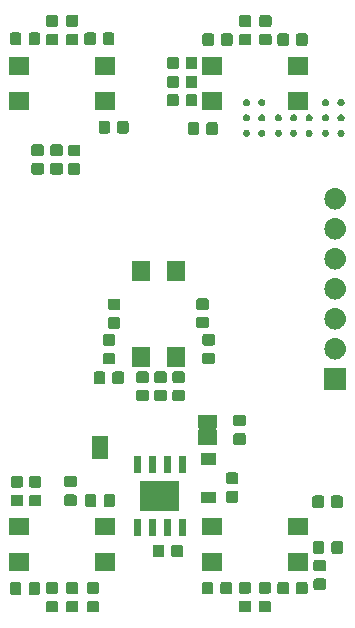
<source format=gbr>
G04 #@! TF.GenerationSoftware,KiCad,Pcbnew,(5.1.2)-2*
G04 #@! TF.CreationDate,2020-04-12T13:41:49-04:00*
G04 #@! TF.ProjectId,MotorcycleSwitch,4d6f746f-7263-4796-936c-655377697463,rev?*
G04 #@! TF.SameCoordinates,Original*
G04 #@! TF.FileFunction,Soldermask,Bot*
G04 #@! TF.FilePolarity,Negative*
%FSLAX46Y46*%
G04 Gerber Fmt 4.6, Leading zero omitted, Abs format (unit mm)*
G04 Created by KiCad (PCBNEW (5.1.2)-2) date 2020-04-12 13:41:49*
%MOMM*%
%LPD*%
G04 APERTURE LIST*
%ADD10C,0.100000*%
G04 APERTURE END LIST*
D10*
G36*
X138329591Y-126403085D02*
G01*
X138363569Y-126413393D01*
X138394890Y-126430134D01*
X138422339Y-126452661D01*
X138444866Y-126480110D01*
X138461607Y-126511431D01*
X138471915Y-126545409D01*
X138476000Y-126586890D01*
X138476000Y-127188110D01*
X138471915Y-127229591D01*
X138461607Y-127263569D01*
X138444866Y-127294890D01*
X138422339Y-127322339D01*
X138394890Y-127344866D01*
X138363569Y-127361607D01*
X138329591Y-127371915D01*
X138288110Y-127376000D01*
X137611890Y-127376000D01*
X137570409Y-127371915D01*
X137536431Y-127361607D01*
X137505110Y-127344866D01*
X137477661Y-127322339D01*
X137455134Y-127294890D01*
X137438393Y-127263569D01*
X137428085Y-127229591D01*
X137424000Y-127188110D01*
X137424000Y-126586890D01*
X137428085Y-126545409D01*
X137438393Y-126511431D01*
X137455134Y-126480110D01*
X137477661Y-126452661D01*
X137505110Y-126430134D01*
X137536431Y-126413393D01*
X137570409Y-126403085D01*
X137611890Y-126399000D01*
X138288110Y-126399000D01*
X138329591Y-126403085D01*
X138329591Y-126403085D01*
G37*
G36*
X140029591Y-126403085D02*
G01*
X140063569Y-126413393D01*
X140094890Y-126430134D01*
X140122339Y-126452661D01*
X140144866Y-126480110D01*
X140161607Y-126511431D01*
X140171915Y-126545409D01*
X140176000Y-126586890D01*
X140176000Y-127188110D01*
X140171915Y-127229591D01*
X140161607Y-127263569D01*
X140144866Y-127294890D01*
X140122339Y-127322339D01*
X140094890Y-127344866D01*
X140063569Y-127361607D01*
X140029591Y-127371915D01*
X139988110Y-127376000D01*
X139311890Y-127376000D01*
X139270409Y-127371915D01*
X139236431Y-127361607D01*
X139205110Y-127344866D01*
X139177661Y-127322339D01*
X139155134Y-127294890D01*
X139138393Y-127263569D01*
X139128085Y-127229591D01*
X139124000Y-127188110D01*
X139124000Y-126586890D01*
X139128085Y-126545409D01*
X139138393Y-126511431D01*
X139155134Y-126480110D01*
X139177661Y-126452661D01*
X139205110Y-126430134D01*
X139236431Y-126413393D01*
X139270409Y-126403085D01*
X139311890Y-126399000D01*
X139988110Y-126399000D01*
X140029591Y-126403085D01*
X140029591Y-126403085D01*
G37*
G36*
X141779591Y-126403085D02*
G01*
X141813569Y-126413393D01*
X141844890Y-126430134D01*
X141872339Y-126452661D01*
X141894866Y-126480110D01*
X141911607Y-126511431D01*
X141921915Y-126545409D01*
X141926000Y-126586890D01*
X141926000Y-127188110D01*
X141921915Y-127229591D01*
X141911607Y-127263569D01*
X141894866Y-127294890D01*
X141872339Y-127322339D01*
X141844890Y-127344866D01*
X141813569Y-127361607D01*
X141779591Y-127371915D01*
X141738110Y-127376000D01*
X141061890Y-127376000D01*
X141020409Y-127371915D01*
X140986431Y-127361607D01*
X140955110Y-127344866D01*
X140927661Y-127322339D01*
X140905134Y-127294890D01*
X140888393Y-127263569D01*
X140878085Y-127229591D01*
X140874000Y-127188110D01*
X140874000Y-126586890D01*
X140878085Y-126545409D01*
X140888393Y-126511431D01*
X140905134Y-126480110D01*
X140927661Y-126452661D01*
X140955110Y-126430134D01*
X140986431Y-126413393D01*
X141020409Y-126403085D01*
X141061890Y-126399000D01*
X141738110Y-126399000D01*
X141779591Y-126403085D01*
X141779591Y-126403085D01*
G37*
G36*
X154654591Y-126378085D02*
G01*
X154688569Y-126388393D01*
X154719890Y-126405134D01*
X154747339Y-126427661D01*
X154769866Y-126455110D01*
X154786607Y-126486431D01*
X154796915Y-126520409D01*
X154801000Y-126561890D01*
X154801000Y-127163110D01*
X154796915Y-127204591D01*
X154786607Y-127238569D01*
X154769866Y-127269890D01*
X154747339Y-127297339D01*
X154719890Y-127319866D01*
X154688569Y-127336607D01*
X154654591Y-127346915D01*
X154613110Y-127351000D01*
X153936890Y-127351000D01*
X153895409Y-127346915D01*
X153861431Y-127336607D01*
X153830110Y-127319866D01*
X153802661Y-127297339D01*
X153780134Y-127269890D01*
X153763393Y-127238569D01*
X153753085Y-127204591D01*
X153749000Y-127163110D01*
X153749000Y-126561890D01*
X153753085Y-126520409D01*
X153763393Y-126486431D01*
X153780134Y-126455110D01*
X153802661Y-126427661D01*
X153830110Y-126405134D01*
X153861431Y-126388393D01*
X153895409Y-126378085D01*
X153936890Y-126374000D01*
X154613110Y-126374000D01*
X154654591Y-126378085D01*
X154654591Y-126378085D01*
G37*
G36*
X156329591Y-126378085D02*
G01*
X156363569Y-126388393D01*
X156394890Y-126405134D01*
X156422339Y-126427661D01*
X156444866Y-126455110D01*
X156461607Y-126486431D01*
X156471915Y-126520409D01*
X156476000Y-126561890D01*
X156476000Y-127163110D01*
X156471915Y-127204591D01*
X156461607Y-127238569D01*
X156444866Y-127269890D01*
X156422339Y-127297339D01*
X156394890Y-127319866D01*
X156363569Y-127336607D01*
X156329591Y-127346915D01*
X156288110Y-127351000D01*
X155611890Y-127351000D01*
X155570409Y-127346915D01*
X155536431Y-127336607D01*
X155505110Y-127319866D01*
X155477661Y-127297339D01*
X155455134Y-127269890D01*
X155438393Y-127238569D01*
X155428085Y-127204591D01*
X155424000Y-127163110D01*
X155424000Y-126561890D01*
X155428085Y-126520409D01*
X155438393Y-126486431D01*
X155455134Y-126455110D01*
X155477661Y-126427661D01*
X155505110Y-126405134D01*
X155536431Y-126388393D01*
X155570409Y-126378085D01*
X155611890Y-126374000D01*
X156288110Y-126374000D01*
X156329591Y-126378085D01*
X156329591Y-126378085D01*
G37*
G36*
X135204591Y-124828085D02*
G01*
X135238569Y-124838393D01*
X135269890Y-124855134D01*
X135297339Y-124877661D01*
X135319866Y-124905110D01*
X135336607Y-124936431D01*
X135346915Y-124970409D01*
X135351000Y-125011890D01*
X135351000Y-125688110D01*
X135346915Y-125729591D01*
X135336607Y-125763569D01*
X135319866Y-125794890D01*
X135297339Y-125822339D01*
X135269890Y-125844866D01*
X135238569Y-125861607D01*
X135204591Y-125871915D01*
X135163110Y-125876000D01*
X134561890Y-125876000D01*
X134520409Y-125871915D01*
X134486431Y-125861607D01*
X134455110Y-125844866D01*
X134427661Y-125822339D01*
X134405134Y-125794890D01*
X134388393Y-125763569D01*
X134378085Y-125729591D01*
X134374000Y-125688110D01*
X134374000Y-125011890D01*
X134378085Y-124970409D01*
X134388393Y-124936431D01*
X134405134Y-124905110D01*
X134427661Y-124877661D01*
X134455110Y-124855134D01*
X134486431Y-124838393D01*
X134520409Y-124828085D01*
X134561890Y-124824000D01*
X135163110Y-124824000D01*
X135204591Y-124828085D01*
X135204591Y-124828085D01*
G37*
G36*
X136779591Y-124828085D02*
G01*
X136813569Y-124838393D01*
X136844890Y-124855134D01*
X136872339Y-124877661D01*
X136894866Y-124905110D01*
X136911607Y-124936431D01*
X136921915Y-124970409D01*
X136926000Y-125011890D01*
X136926000Y-125688110D01*
X136921915Y-125729591D01*
X136911607Y-125763569D01*
X136894866Y-125794890D01*
X136872339Y-125822339D01*
X136844890Y-125844866D01*
X136813569Y-125861607D01*
X136779591Y-125871915D01*
X136738110Y-125876000D01*
X136136890Y-125876000D01*
X136095409Y-125871915D01*
X136061431Y-125861607D01*
X136030110Y-125844866D01*
X136002661Y-125822339D01*
X135980134Y-125794890D01*
X135963393Y-125763569D01*
X135953085Y-125729591D01*
X135949000Y-125688110D01*
X135949000Y-125011890D01*
X135953085Y-124970409D01*
X135963393Y-124936431D01*
X135980134Y-124905110D01*
X136002661Y-124877661D01*
X136030110Y-124855134D01*
X136061431Y-124838393D01*
X136095409Y-124828085D01*
X136136890Y-124824000D01*
X136738110Y-124824000D01*
X136779591Y-124828085D01*
X136779591Y-124828085D01*
G37*
G36*
X153029591Y-124803085D02*
G01*
X153063569Y-124813393D01*
X153094890Y-124830134D01*
X153122339Y-124852661D01*
X153144866Y-124880110D01*
X153161607Y-124911431D01*
X153171915Y-124945409D01*
X153176000Y-124986890D01*
X153176000Y-125663110D01*
X153171915Y-125704591D01*
X153161607Y-125738569D01*
X153144866Y-125769890D01*
X153122339Y-125797339D01*
X153094890Y-125819866D01*
X153063569Y-125836607D01*
X153029591Y-125846915D01*
X152988110Y-125851000D01*
X152386890Y-125851000D01*
X152345409Y-125846915D01*
X152311431Y-125836607D01*
X152280110Y-125819866D01*
X152252661Y-125797339D01*
X152230134Y-125769890D01*
X152213393Y-125738569D01*
X152203085Y-125704591D01*
X152199000Y-125663110D01*
X152199000Y-124986890D01*
X152203085Y-124945409D01*
X152213393Y-124911431D01*
X152230134Y-124880110D01*
X152252661Y-124852661D01*
X152280110Y-124830134D01*
X152311431Y-124813393D01*
X152345409Y-124803085D01*
X152386890Y-124799000D01*
X152988110Y-124799000D01*
X153029591Y-124803085D01*
X153029591Y-124803085D01*
G37*
G36*
X159429591Y-124803085D02*
G01*
X159463569Y-124813393D01*
X159494890Y-124830134D01*
X159522339Y-124852661D01*
X159544866Y-124880110D01*
X159561607Y-124911431D01*
X159571915Y-124945409D01*
X159576000Y-124986890D01*
X159576000Y-125663110D01*
X159571915Y-125704591D01*
X159561607Y-125738569D01*
X159544866Y-125769890D01*
X159522339Y-125797339D01*
X159494890Y-125819866D01*
X159463569Y-125836607D01*
X159429591Y-125846915D01*
X159388110Y-125851000D01*
X158786890Y-125851000D01*
X158745409Y-125846915D01*
X158711431Y-125836607D01*
X158680110Y-125819866D01*
X158652661Y-125797339D01*
X158630134Y-125769890D01*
X158613393Y-125738569D01*
X158603085Y-125704591D01*
X158599000Y-125663110D01*
X158599000Y-124986890D01*
X158603085Y-124945409D01*
X158613393Y-124911431D01*
X158630134Y-124880110D01*
X158652661Y-124852661D01*
X158680110Y-124830134D01*
X158711431Y-124813393D01*
X158745409Y-124803085D01*
X158786890Y-124799000D01*
X159388110Y-124799000D01*
X159429591Y-124803085D01*
X159429591Y-124803085D01*
G37*
G36*
X157854591Y-124803085D02*
G01*
X157888569Y-124813393D01*
X157919890Y-124830134D01*
X157947339Y-124852661D01*
X157969866Y-124880110D01*
X157986607Y-124911431D01*
X157996915Y-124945409D01*
X158001000Y-124986890D01*
X158001000Y-125663110D01*
X157996915Y-125704591D01*
X157986607Y-125738569D01*
X157969866Y-125769890D01*
X157947339Y-125797339D01*
X157919890Y-125819866D01*
X157888569Y-125836607D01*
X157854591Y-125846915D01*
X157813110Y-125851000D01*
X157211890Y-125851000D01*
X157170409Y-125846915D01*
X157136431Y-125836607D01*
X157105110Y-125819866D01*
X157077661Y-125797339D01*
X157055134Y-125769890D01*
X157038393Y-125738569D01*
X157028085Y-125704591D01*
X157024000Y-125663110D01*
X157024000Y-124986890D01*
X157028085Y-124945409D01*
X157038393Y-124911431D01*
X157055134Y-124880110D01*
X157077661Y-124852661D01*
X157105110Y-124830134D01*
X157136431Y-124813393D01*
X157170409Y-124803085D01*
X157211890Y-124799000D01*
X157813110Y-124799000D01*
X157854591Y-124803085D01*
X157854591Y-124803085D01*
G37*
G36*
X151454591Y-124803085D02*
G01*
X151488569Y-124813393D01*
X151519890Y-124830134D01*
X151547339Y-124852661D01*
X151569866Y-124880110D01*
X151586607Y-124911431D01*
X151596915Y-124945409D01*
X151601000Y-124986890D01*
X151601000Y-125663110D01*
X151596915Y-125704591D01*
X151586607Y-125738569D01*
X151569866Y-125769890D01*
X151547339Y-125797339D01*
X151519890Y-125819866D01*
X151488569Y-125836607D01*
X151454591Y-125846915D01*
X151413110Y-125851000D01*
X150811890Y-125851000D01*
X150770409Y-125846915D01*
X150736431Y-125836607D01*
X150705110Y-125819866D01*
X150677661Y-125797339D01*
X150655134Y-125769890D01*
X150638393Y-125738569D01*
X150628085Y-125704591D01*
X150624000Y-125663110D01*
X150624000Y-124986890D01*
X150628085Y-124945409D01*
X150638393Y-124911431D01*
X150655134Y-124880110D01*
X150677661Y-124852661D01*
X150705110Y-124830134D01*
X150736431Y-124813393D01*
X150770409Y-124803085D01*
X150811890Y-124799000D01*
X151413110Y-124799000D01*
X151454591Y-124803085D01*
X151454591Y-124803085D01*
G37*
G36*
X138329591Y-124828085D02*
G01*
X138363569Y-124838393D01*
X138394890Y-124855134D01*
X138422339Y-124877661D01*
X138444866Y-124905110D01*
X138461607Y-124936431D01*
X138471915Y-124970409D01*
X138476000Y-125011890D01*
X138476000Y-125613110D01*
X138471915Y-125654591D01*
X138461607Y-125688569D01*
X138444866Y-125719890D01*
X138422339Y-125747339D01*
X138394890Y-125769866D01*
X138363569Y-125786607D01*
X138329591Y-125796915D01*
X138288110Y-125801000D01*
X137611890Y-125801000D01*
X137570409Y-125796915D01*
X137536431Y-125786607D01*
X137505110Y-125769866D01*
X137477661Y-125747339D01*
X137455134Y-125719890D01*
X137438393Y-125688569D01*
X137428085Y-125654591D01*
X137424000Y-125613110D01*
X137424000Y-125011890D01*
X137428085Y-124970409D01*
X137438393Y-124936431D01*
X137455134Y-124905110D01*
X137477661Y-124877661D01*
X137505110Y-124855134D01*
X137536431Y-124838393D01*
X137570409Y-124828085D01*
X137611890Y-124824000D01*
X138288110Y-124824000D01*
X138329591Y-124828085D01*
X138329591Y-124828085D01*
G37*
G36*
X141779591Y-124828085D02*
G01*
X141813569Y-124838393D01*
X141844890Y-124855134D01*
X141872339Y-124877661D01*
X141894866Y-124905110D01*
X141911607Y-124936431D01*
X141921915Y-124970409D01*
X141926000Y-125011890D01*
X141926000Y-125613110D01*
X141921915Y-125654591D01*
X141911607Y-125688569D01*
X141894866Y-125719890D01*
X141872339Y-125747339D01*
X141844890Y-125769866D01*
X141813569Y-125786607D01*
X141779591Y-125796915D01*
X141738110Y-125801000D01*
X141061890Y-125801000D01*
X141020409Y-125796915D01*
X140986431Y-125786607D01*
X140955110Y-125769866D01*
X140927661Y-125747339D01*
X140905134Y-125719890D01*
X140888393Y-125688569D01*
X140878085Y-125654591D01*
X140874000Y-125613110D01*
X140874000Y-125011890D01*
X140878085Y-124970409D01*
X140888393Y-124936431D01*
X140905134Y-124905110D01*
X140927661Y-124877661D01*
X140955110Y-124855134D01*
X140986431Y-124838393D01*
X141020409Y-124828085D01*
X141061890Y-124824000D01*
X141738110Y-124824000D01*
X141779591Y-124828085D01*
X141779591Y-124828085D01*
G37*
G36*
X140029591Y-124828085D02*
G01*
X140063569Y-124838393D01*
X140094890Y-124855134D01*
X140122339Y-124877661D01*
X140144866Y-124905110D01*
X140161607Y-124936431D01*
X140171915Y-124970409D01*
X140176000Y-125011890D01*
X140176000Y-125613110D01*
X140171915Y-125654591D01*
X140161607Y-125688569D01*
X140144866Y-125719890D01*
X140122339Y-125747339D01*
X140094890Y-125769866D01*
X140063569Y-125786607D01*
X140029591Y-125796915D01*
X139988110Y-125801000D01*
X139311890Y-125801000D01*
X139270409Y-125796915D01*
X139236431Y-125786607D01*
X139205110Y-125769866D01*
X139177661Y-125747339D01*
X139155134Y-125719890D01*
X139138393Y-125688569D01*
X139128085Y-125654591D01*
X139124000Y-125613110D01*
X139124000Y-125011890D01*
X139128085Y-124970409D01*
X139138393Y-124936431D01*
X139155134Y-124905110D01*
X139177661Y-124877661D01*
X139205110Y-124855134D01*
X139236431Y-124838393D01*
X139270409Y-124828085D01*
X139311890Y-124824000D01*
X139988110Y-124824000D01*
X140029591Y-124828085D01*
X140029591Y-124828085D01*
G37*
G36*
X156329591Y-124803085D02*
G01*
X156363569Y-124813393D01*
X156394890Y-124830134D01*
X156422339Y-124852661D01*
X156444866Y-124880110D01*
X156461607Y-124911431D01*
X156471915Y-124945409D01*
X156476000Y-124986890D01*
X156476000Y-125588110D01*
X156471915Y-125629591D01*
X156461607Y-125663569D01*
X156444866Y-125694890D01*
X156422339Y-125722339D01*
X156394890Y-125744866D01*
X156363569Y-125761607D01*
X156329591Y-125771915D01*
X156288110Y-125776000D01*
X155611890Y-125776000D01*
X155570409Y-125771915D01*
X155536431Y-125761607D01*
X155505110Y-125744866D01*
X155477661Y-125722339D01*
X155455134Y-125694890D01*
X155438393Y-125663569D01*
X155428085Y-125629591D01*
X155424000Y-125588110D01*
X155424000Y-124986890D01*
X155428085Y-124945409D01*
X155438393Y-124911431D01*
X155455134Y-124880110D01*
X155477661Y-124852661D01*
X155505110Y-124830134D01*
X155536431Y-124813393D01*
X155570409Y-124803085D01*
X155611890Y-124799000D01*
X156288110Y-124799000D01*
X156329591Y-124803085D01*
X156329591Y-124803085D01*
G37*
G36*
X154654591Y-124803085D02*
G01*
X154688569Y-124813393D01*
X154719890Y-124830134D01*
X154747339Y-124852661D01*
X154769866Y-124880110D01*
X154786607Y-124911431D01*
X154796915Y-124945409D01*
X154801000Y-124986890D01*
X154801000Y-125588110D01*
X154796915Y-125629591D01*
X154786607Y-125663569D01*
X154769866Y-125694890D01*
X154747339Y-125722339D01*
X154719890Y-125744866D01*
X154688569Y-125761607D01*
X154654591Y-125771915D01*
X154613110Y-125776000D01*
X153936890Y-125776000D01*
X153895409Y-125771915D01*
X153861431Y-125761607D01*
X153830110Y-125744866D01*
X153802661Y-125722339D01*
X153780134Y-125694890D01*
X153763393Y-125663569D01*
X153753085Y-125629591D01*
X153749000Y-125588110D01*
X153749000Y-124986890D01*
X153753085Y-124945409D01*
X153763393Y-124911431D01*
X153780134Y-124880110D01*
X153802661Y-124852661D01*
X153830110Y-124830134D01*
X153861431Y-124813393D01*
X153895409Y-124803085D01*
X153936890Y-124799000D01*
X154613110Y-124799000D01*
X154654591Y-124803085D01*
X154654591Y-124803085D01*
G37*
G36*
X160979591Y-124503085D02*
G01*
X161013569Y-124513393D01*
X161044890Y-124530134D01*
X161072339Y-124552661D01*
X161094866Y-124580110D01*
X161111607Y-124611431D01*
X161121915Y-124645409D01*
X161126000Y-124686890D01*
X161126000Y-125288110D01*
X161121915Y-125329591D01*
X161111607Y-125363569D01*
X161094866Y-125394890D01*
X161072339Y-125422339D01*
X161044890Y-125444866D01*
X161013569Y-125461607D01*
X160979591Y-125471915D01*
X160938110Y-125476000D01*
X160261890Y-125476000D01*
X160220409Y-125471915D01*
X160186431Y-125461607D01*
X160155110Y-125444866D01*
X160127661Y-125422339D01*
X160105134Y-125394890D01*
X160088393Y-125363569D01*
X160078085Y-125329591D01*
X160074000Y-125288110D01*
X160074000Y-124686890D01*
X160078085Y-124645409D01*
X160088393Y-124611431D01*
X160105134Y-124580110D01*
X160127661Y-124552661D01*
X160155110Y-124530134D01*
X160186431Y-124513393D01*
X160220409Y-124503085D01*
X160261890Y-124499000D01*
X160938110Y-124499000D01*
X160979591Y-124503085D01*
X160979591Y-124503085D01*
G37*
G36*
X160979591Y-122928085D02*
G01*
X161013569Y-122938393D01*
X161044890Y-122955134D01*
X161072339Y-122977661D01*
X161094866Y-123005110D01*
X161111607Y-123036431D01*
X161121915Y-123070409D01*
X161126000Y-123111890D01*
X161126000Y-123713110D01*
X161121915Y-123754591D01*
X161111607Y-123788569D01*
X161094866Y-123819890D01*
X161072339Y-123847339D01*
X161044890Y-123869866D01*
X161013569Y-123886607D01*
X160979591Y-123896915D01*
X160938110Y-123901000D01*
X160261890Y-123901000D01*
X160220409Y-123896915D01*
X160186431Y-123886607D01*
X160155110Y-123869866D01*
X160127661Y-123847339D01*
X160105134Y-123819890D01*
X160088393Y-123788569D01*
X160078085Y-123754591D01*
X160074000Y-123713110D01*
X160074000Y-123111890D01*
X160078085Y-123070409D01*
X160088393Y-123036431D01*
X160105134Y-123005110D01*
X160127661Y-122977661D01*
X160155110Y-122955134D01*
X160186431Y-122938393D01*
X160220409Y-122928085D01*
X160261890Y-122924000D01*
X160938110Y-122924000D01*
X160979591Y-122928085D01*
X160979591Y-122928085D01*
G37*
G36*
X136001000Y-123851000D02*
G01*
X134299000Y-123851000D01*
X134299000Y-122349000D01*
X136001000Y-122349000D01*
X136001000Y-123851000D01*
X136001000Y-123851000D01*
G37*
G36*
X143301000Y-123851000D02*
G01*
X141599000Y-123851000D01*
X141599000Y-122349000D01*
X143301000Y-122349000D01*
X143301000Y-123851000D01*
X143301000Y-123851000D01*
G37*
G36*
X159601000Y-123851000D02*
G01*
X157899000Y-123851000D01*
X157899000Y-122349000D01*
X159601000Y-122349000D01*
X159601000Y-123851000D01*
X159601000Y-123851000D01*
G37*
G36*
X152301000Y-123851000D02*
G01*
X150599000Y-123851000D01*
X150599000Y-122349000D01*
X152301000Y-122349000D01*
X152301000Y-123851000D01*
X152301000Y-123851000D01*
G37*
G36*
X147304591Y-121648085D02*
G01*
X147338569Y-121658393D01*
X147369890Y-121675134D01*
X147397339Y-121697661D01*
X147419866Y-121725110D01*
X147436607Y-121756431D01*
X147446915Y-121790409D01*
X147451000Y-121831890D01*
X147451000Y-122508110D01*
X147446915Y-122549591D01*
X147436607Y-122583569D01*
X147419866Y-122614890D01*
X147397339Y-122642339D01*
X147369890Y-122664866D01*
X147338569Y-122681607D01*
X147304591Y-122691915D01*
X147263110Y-122696000D01*
X146661890Y-122696000D01*
X146620409Y-122691915D01*
X146586431Y-122681607D01*
X146555110Y-122664866D01*
X146527661Y-122642339D01*
X146505134Y-122614890D01*
X146488393Y-122583569D01*
X146478085Y-122549591D01*
X146474000Y-122508110D01*
X146474000Y-121831890D01*
X146478085Y-121790409D01*
X146488393Y-121756431D01*
X146505134Y-121725110D01*
X146527661Y-121697661D01*
X146555110Y-121675134D01*
X146586431Y-121658393D01*
X146620409Y-121648085D01*
X146661890Y-121644000D01*
X147263110Y-121644000D01*
X147304591Y-121648085D01*
X147304591Y-121648085D01*
G37*
G36*
X148879591Y-121648085D02*
G01*
X148913569Y-121658393D01*
X148944890Y-121675134D01*
X148972339Y-121697661D01*
X148994866Y-121725110D01*
X149011607Y-121756431D01*
X149021915Y-121790409D01*
X149026000Y-121831890D01*
X149026000Y-122508110D01*
X149021915Y-122549591D01*
X149011607Y-122583569D01*
X148994866Y-122614890D01*
X148972339Y-122642339D01*
X148944890Y-122664866D01*
X148913569Y-122681607D01*
X148879591Y-122691915D01*
X148838110Y-122696000D01*
X148236890Y-122696000D01*
X148195409Y-122691915D01*
X148161431Y-122681607D01*
X148130110Y-122664866D01*
X148102661Y-122642339D01*
X148080134Y-122614890D01*
X148063393Y-122583569D01*
X148053085Y-122549591D01*
X148049000Y-122508110D01*
X148049000Y-121831890D01*
X148053085Y-121790409D01*
X148063393Y-121756431D01*
X148080134Y-121725110D01*
X148102661Y-121697661D01*
X148130110Y-121675134D01*
X148161431Y-121658393D01*
X148195409Y-121648085D01*
X148236890Y-121644000D01*
X148838110Y-121644000D01*
X148879591Y-121648085D01*
X148879591Y-121648085D01*
G37*
G36*
X160844591Y-121358085D02*
G01*
X160878569Y-121368393D01*
X160909890Y-121385134D01*
X160937339Y-121407661D01*
X160959866Y-121435110D01*
X160976607Y-121466431D01*
X160986915Y-121500409D01*
X160991000Y-121541890D01*
X160991000Y-122218110D01*
X160986915Y-122259591D01*
X160976607Y-122293569D01*
X160959866Y-122324890D01*
X160937339Y-122352339D01*
X160909890Y-122374866D01*
X160878569Y-122391607D01*
X160844591Y-122401915D01*
X160803110Y-122406000D01*
X160201890Y-122406000D01*
X160160409Y-122401915D01*
X160126431Y-122391607D01*
X160095110Y-122374866D01*
X160067661Y-122352339D01*
X160045134Y-122324890D01*
X160028393Y-122293569D01*
X160018085Y-122259591D01*
X160014000Y-122218110D01*
X160014000Y-121541890D01*
X160018085Y-121500409D01*
X160028393Y-121466431D01*
X160045134Y-121435110D01*
X160067661Y-121407661D01*
X160095110Y-121385134D01*
X160126431Y-121368393D01*
X160160409Y-121358085D01*
X160201890Y-121354000D01*
X160803110Y-121354000D01*
X160844591Y-121358085D01*
X160844591Y-121358085D01*
G37*
G36*
X162419591Y-121358085D02*
G01*
X162453569Y-121368393D01*
X162484890Y-121385134D01*
X162512339Y-121407661D01*
X162534866Y-121435110D01*
X162551607Y-121466431D01*
X162561915Y-121500409D01*
X162566000Y-121541890D01*
X162566000Y-122218110D01*
X162561915Y-122259591D01*
X162551607Y-122293569D01*
X162534866Y-122324890D01*
X162512339Y-122352339D01*
X162484890Y-122374866D01*
X162453569Y-122391607D01*
X162419591Y-122401915D01*
X162378110Y-122406000D01*
X161776890Y-122406000D01*
X161735409Y-122401915D01*
X161701431Y-122391607D01*
X161670110Y-122374866D01*
X161642661Y-122352339D01*
X161620134Y-122324890D01*
X161603393Y-122293569D01*
X161593085Y-122259591D01*
X161589000Y-122218110D01*
X161589000Y-121541890D01*
X161593085Y-121500409D01*
X161603393Y-121466431D01*
X161620134Y-121435110D01*
X161642661Y-121407661D01*
X161670110Y-121385134D01*
X161701431Y-121368393D01*
X161735409Y-121358085D01*
X161776890Y-121354000D01*
X162378110Y-121354000D01*
X162419591Y-121358085D01*
X162419591Y-121358085D01*
G37*
G36*
X149247300Y-120903800D02*
G01*
X148662700Y-120903800D01*
X148662700Y-119430200D01*
X149247300Y-119430200D01*
X149247300Y-120903800D01*
X149247300Y-120903800D01*
G37*
G36*
X147977300Y-120903800D02*
G01*
X147392700Y-120903800D01*
X147392700Y-119430200D01*
X147977300Y-119430200D01*
X147977300Y-120903800D01*
X147977300Y-120903800D01*
G37*
G36*
X146707300Y-120903800D02*
G01*
X146122700Y-120903800D01*
X146122700Y-119430200D01*
X146707300Y-119430200D01*
X146707300Y-120903800D01*
X146707300Y-120903800D01*
G37*
G36*
X145437300Y-120903800D02*
G01*
X144852700Y-120903800D01*
X144852700Y-119430200D01*
X145437300Y-119430200D01*
X145437300Y-120903800D01*
X145437300Y-120903800D01*
G37*
G36*
X143301000Y-120851000D02*
G01*
X141599000Y-120851000D01*
X141599000Y-119349000D01*
X143301000Y-119349000D01*
X143301000Y-120851000D01*
X143301000Y-120851000D01*
G37*
G36*
X136001000Y-120851000D02*
G01*
X134299000Y-120851000D01*
X134299000Y-119349000D01*
X136001000Y-119349000D01*
X136001000Y-120851000D01*
X136001000Y-120851000D01*
G37*
G36*
X152301000Y-120851000D02*
G01*
X150599000Y-120851000D01*
X150599000Y-119349000D01*
X152301000Y-119349000D01*
X152301000Y-120851000D01*
X152301000Y-120851000D01*
G37*
G36*
X159601000Y-120851000D02*
G01*
X157899000Y-120851000D01*
X157899000Y-119349000D01*
X159601000Y-119349000D01*
X159601000Y-120851000D01*
X159601000Y-120851000D01*
G37*
G36*
X148701200Y-118757500D02*
G01*
X145398800Y-118757500D01*
X145398800Y-116242500D01*
X148701200Y-116242500D01*
X148701200Y-118757500D01*
X148701200Y-118757500D01*
G37*
G36*
X160817091Y-117478085D02*
G01*
X160851069Y-117488393D01*
X160882390Y-117505134D01*
X160909839Y-117527661D01*
X160932366Y-117555110D01*
X160949107Y-117586431D01*
X160959415Y-117620409D01*
X160963500Y-117661890D01*
X160963500Y-118338110D01*
X160959415Y-118379591D01*
X160949107Y-118413569D01*
X160932366Y-118444890D01*
X160909839Y-118472339D01*
X160882390Y-118494866D01*
X160851069Y-118511607D01*
X160817091Y-118521915D01*
X160775610Y-118526000D01*
X160174390Y-118526000D01*
X160132909Y-118521915D01*
X160098931Y-118511607D01*
X160067610Y-118494866D01*
X160040161Y-118472339D01*
X160017634Y-118444890D01*
X160000893Y-118413569D01*
X159990585Y-118379591D01*
X159986500Y-118338110D01*
X159986500Y-117661890D01*
X159990585Y-117620409D01*
X160000893Y-117586431D01*
X160017634Y-117555110D01*
X160040161Y-117527661D01*
X160067610Y-117505134D01*
X160098931Y-117488393D01*
X160132909Y-117478085D01*
X160174390Y-117474000D01*
X160775610Y-117474000D01*
X160817091Y-117478085D01*
X160817091Y-117478085D01*
G37*
G36*
X162392091Y-117478085D02*
G01*
X162426069Y-117488393D01*
X162457390Y-117505134D01*
X162484839Y-117527661D01*
X162507366Y-117555110D01*
X162524107Y-117586431D01*
X162534415Y-117620409D01*
X162538500Y-117661890D01*
X162538500Y-118338110D01*
X162534415Y-118379591D01*
X162524107Y-118413569D01*
X162507366Y-118444890D01*
X162484839Y-118472339D01*
X162457390Y-118494866D01*
X162426069Y-118511607D01*
X162392091Y-118521915D01*
X162350610Y-118526000D01*
X161749390Y-118526000D01*
X161707909Y-118521915D01*
X161673931Y-118511607D01*
X161642610Y-118494866D01*
X161615161Y-118472339D01*
X161592634Y-118444890D01*
X161575893Y-118413569D01*
X161565585Y-118379591D01*
X161561500Y-118338110D01*
X161561500Y-117661890D01*
X161565585Y-117620409D01*
X161575893Y-117586431D01*
X161592634Y-117555110D01*
X161615161Y-117527661D01*
X161642610Y-117505134D01*
X161673931Y-117488393D01*
X161707909Y-117478085D01*
X161749390Y-117474000D01*
X162350610Y-117474000D01*
X162392091Y-117478085D01*
X162392091Y-117478085D01*
G37*
G36*
X143129591Y-117378085D02*
G01*
X143163569Y-117388393D01*
X143194890Y-117405134D01*
X143222339Y-117427661D01*
X143244866Y-117455110D01*
X143261607Y-117486431D01*
X143271915Y-117520409D01*
X143276000Y-117561890D01*
X143276000Y-118238110D01*
X143271915Y-118279591D01*
X143261607Y-118313569D01*
X143244866Y-118344890D01*
X143222339Y-118372339D01*
X143194890Y-118394866D01*
X143163569Y-118411607D01*
X143129591Y-118421915D01*
X143088110Y-118426000D01*
X142486890Y-118426000D01*
X142445409Y-118421915D01*
X142411431Y-118411607D01*
X142380110Y-118394866D01*
X142352661Y-118372339D01*
X142330134Y-118344890D01*
X142313393Y-118313569D01*
X142303085Y-118279591D01*
X142299000Y-118238110D01*
X142299000Y-117561890D01*
X142303085Y-117520409D01*
X142313393Y-117486431D01*
X142330134Y-117455110D01*
X142352661Y-117427661D01*
X142380110Y-117405134D01*
X142411431Y-117388393D01*
X142445409Y-117378085D01*
X142486890Y-117374000D01*
X143088110Y-117374000D01*
X143129591Y-117378085D01*
X143129591Y-117378085D01*
G37*
G36*
X141554591Y-117378085D02*
G01*
X141588569Y-117388393D01*
X141619890Y-117405134D01*
X141647339Y-117427661D01*
X141669866Y-117455110D01*
X141686607Y-117486431D01*
X141696915Y-117520409D01*
X141701000Y-117561890D01*
X141701000Y-118238110D01*
X141696915Y-118279591D01*
X141686607Y-118313569D01*
X141669866Y-118344890D01*
X141647339Y-118372339D01*
X141619890Y-118394866D01*
X141588569Y-118411607D01*
X141554591Y-118421915D01*
X141513110Y-118426000D01*
X140911890Y-118426000D01*
X140870409Y-118421915D01*
X140836431Y-118411607D01*
X140805110Y-118394866D01*
X140777661Y-118372339D01*
X140755134Y-118344890D01*
X140738393Y-118313569D01*
X140728085Y-118279591D01*
X140724000Y-118238110D01*
X140724000Y-117561890D01*
X140728085Y-117520409D01*
X140738393Y-117486431D01*
X140755134Y-117455110D01*
X140777661Y-117427661D01*
X140805110Y-117405134D01*
X140836431Y-117388393D01*
X140870409Y-117378085D01*
X140911890Y-117374000D01*
X141513110Y-117374000D01*
X141554591Y-117378085D01*
X141554591Y-117378085D01*
G37*
G36*
X135349591Y-117403085D02*
G01*
X135383569Y-117413393D01*
X135414890Y-117430134D01*
X135442339Y-117452661D01*
X135464866Y-117480110D01*
X135481607Y-117511431D01*
X135491915Y-117545409D01*
X135496000Y-117586890D01*
X135496000Y-118188110D01*
X135491915Y-118229591D01*
X135481607Y-118263569D01*
X135464866Y-118294890D01*
X135442339Y-118322339D01*
X135414890Y-118344866D01*
X135383569Y-118361607D01*
X135349591Y-118371915D01*
X135308110Y-118376000D01*
X134631890Y-118376000D01*
X134590409Y-118371915D01*
X134556431Y-118361607D01*
X134525110Y-118344866D01*
X134497661Y-118322339D01*
X134475134Y-118294890D01*
X134458393Y-118263569D01*
X134448085Y-118229591D01*
X134444000Y-118188110D01*
X134444000Y-117586890D01*
X134448085Y-117545409D01*
X134458393Y-117511431D01*
X134475134Y-117480110D01*
X134497661Y-117452661D01*
X134525110Y-117430134D01*
X134556431Y-117413393D01*
X134590409Y-117403085D01*
X134631890Y-117399000D01*
X135308110Y-117399000D01*
X135349591Y-117403085D01*
X135349591Y-117403085D01*
G37*
G36*
X136889591Y-117403085D02*
G01*
X136923569Y-117413393D01*
X136954890Y-117430134D01*
X136982339Y-117452661D01*
X137004866Y-117480110D01*
X137021607Y-117511431D01*
X137031915Y-117545409D01*
X137036000Y-117586890D01*
X137036000Y-118188110D01*
X137031915Y-118229591D01*
X137021607Y-118263569D01*
X137004866Y-118294890D01*
X136982339Y-118322339D01*
X136954890Y-118344866D01*
X136923569Y-118361607D01*
X136889591Y-118371915D01*
X136848110Y-118376000D01*
X136171890Y-118376000D01*
X136130409Y-118371915D01*
X136096431Y-118361607D01*
X136065110Y-118344866D01*
X136037661Y-118322339D01*
X136015134Y-118294890D01*
X135998393Y-118263569D01*
X135988085Y-118229591D01*
X135984000Y-118188110D01*
X135984000Y-117586890D01*
X135988085Y-117545409D01*
X135998393Y-117511431D01*
X136015134Y-117480110D01*
X136037661Y-117452661D01*
X136065110Y-117430134D01*
X136096431Y-117413393D01*
X136130409Y-117403085D01*
X136171890Y-117399000D01*
X136848110Y-117399000D01*
X136889591Y-117403085D01*
X136889591Y-117403085D01*
G37*
G36*
X139879591Y-117393085D02*
G01*
X139913569Y-117403393D01*
X139944890Y-117420134D01*
X139972339Y-117442661D01*
X139994866Y-117470110D01*
X140011607Y-117501431D01*
X140021915Y-117535409D01*
X140026000Y-117576890D01*
X140026000Y-118178110D01*
X140021915Y-118219591D01*
X140011607Y-118253569D01*
X139994866Y-118284890D01*
X139972339Y-118312339D01*
X139944890Y-118334866D01*
X139913569Y-118351607D01*
X139879591Y-118361915D01*
X139838110Y-118366000D01*
X139161890Y-118366000D01*
X139120409Y-118361915D01*
X139086431Y-118351607D01*
X139055110Y-118334866D01*
X139027661Y-118312339D01*
X139005134Y-118284890D01*
X138988393Y-118253569D01*
X138978085Y-118219591D01*
X138974000Y-118178110D01*
X138974000Y-117576890D01*
X138978085Y-117535409D01*
X138988393Y-117501431D01*
X139005134Y-117470110D01*
X139027661Y-117442661D01*
X139055110Y-117420134D01*
X139086431Y-117403393D01*
X139120409Y-117393085D01*
X139161890Y-117389000D01*
X139838110Y-117389000D01*
X139879591Y-117393085D01*
X139879591Y-117393085D01*
G37*
G36*
X151851000Y-118151000D02*
G01*
X150549000Y-118151000D01*
X150549000Y-117149000D01*
X151851000Y-117149000D01*
X151851000Y-118151000D01*
X151851000Y-118151000D01*
G37*
G36*
X153579591Y-117103085D02*
G01*
X153613569Y-117113393D01*
X153644890Y-117130134D01*
X153672339Y-117152661D01*
X153694866Y-117180110D01*
X153711607Y-117211431D01*
X153721915Y-117245409D01*
X153726000Y-117286890D01*
X153726000Y-117888110D01*
X153721915Y-117929591D01*
X153711607Y-117963569D01*
X153694866Y-117994890D01*
X153672339Y-118022339D01*
X153644890Y-118044866D01*
X153613569Y-118061607D01*
X153579591Y-118071915D01*
X153538110Y-118076000D01*
X152861890Y-118076000D01*
X152820409Y-118071915D01*
X152786431Y-118061607D01*
X152755110Y-118044866D01*
X152727661Y-118022339D01*
X152705134Y-117994890D01*
X152688393Y-117963569D01*
X152678085Y-117929591D01*
X152674000Y-117888110D01*
X152674000Y-117286890D01*
X152678085Y-117245409D01*
X152688393Y-117211431D01*
X152705134Y-117180110D01*
X152727661Y-117152661D01*
X152755110Y-117130134D01*
X152786431Y-117113393D01*
X152820409Y-117103085D01*
X152861890Y-117099000D01*
X153538110Y-117099000D01*
X153579591Y-117103085D01*
X153579591Y-117103085D01*
G37*
G36*
X136889591Y-115828085D02*
G01*
X136923569Y-115838393D01*
X136954890Y-115855134D01*
X136982339Y-115877661D01*
X137004866Y-115905110D01*
X137021607Y-115936431D01*
X137031915Y-115970409D01*
X137036000Y-116011890D01*
X137036000Y-116613110D01*
X137031915Y-116654591D01*
X137021607Y-116688569D01*
X137004866Y-116719890D01*
X136982339Y-116747339D01*
X136954890Y-116769866D01*
X136923569Y-116786607D01*
X136889591Y-116796915D01*
X136848110Y-116801000D01*
X136171890Y-116801000D01*
X136130409Y-116796915D01*
X136096431Y-116786607D01*
X136065110Y-116769866D01*
X136037661Y-116747339D01*
X136015134Y-116719890D01*
X135998393Y-116688569D01*
X135988085Y-116654591D01*
X135984000Y-116613110D01*
X135984000Y-116011890D01*
X135988085Y-115970409D01*
X135998393Y-115936431D01*
X136015134Y-115905110D01*
X136037661Y-115877661D01*
X136065110Y-115855134D01*
X136096431Y-115838393D01*
X136130409Y-115828085D01*
X136171890Y-115824000D01*
X136848110Y-115824000D01*
X136889591Y-115828085D01*
X136889591Y-115828085D01*
G37*
G36*
X135349591Y-115828085D02*
G01*
X135383569Y-115838393D01*
X135414890Y-115855134D01*
X135442339Y-115877661D01*
X135464866Y-115905110D01*
X135481607Y-115936431D01*
X135491915Y-115970409D01*
X135496000Y-116011890D01*
X135496000Y-116613110D01*
X135491915Y-116654591D01*
X135481607Y-116688569D01*
X135464866Y-116719890D01*
X135442339Y-116747339D01*
X135414890Y-116769866D01*
X135383569Y-116786607D01*
X135349591Y-116796915D01*
X135308110Y-116801000D01*
X134631890Y-116801000D01*
X134590409Y-116796915D01*
X134556431Y-116786607D01*
X134525110Y-116769866D01*
X134497661Y-116747339D01*
X134475134Y-116719890D01*
X134458393Y-116688569D01*
X134448085Y-116654591D01*
X134444000Y-116613110D01*
X134444000Y-116011890D01*
X134448085Y-115970409D01*
X134458393Y-115936431D01*
X134475134Y-115905110D01*
X134497661Y-115877661D01*
X134525110Y-115855134D01*
X134556431Y-115838393D01*
X134590409Y-115828085D01*
X134631890Y-115824000D01*
X135308110Y-115824000D01*
X135349591Y-115828085D01*
X135349591Y-115828085D01*
G37*
G36*
X139879591Y-115818085D02*
G01*
X139913569Y-115828393D01*
X139944890Y-115845134D01*
X139972339Y-115867661D01*
X139994866Y-115895110D01*
X140011607Y-115926431D01*
X140021915Y-115960409D01*
X140026000Y-116001890D01*
X140026000Y-116603110D01*
X140021915Y-116644591D01*
X140011607Y-116678569D01*
X139994866Y-116709890D01*
X139972339Y-116737339D01*
X139944890Y-116759866D01*
X139913569Y-116776607D01*
X139879591Y-116786915D01*
X139838110Y-116791000D01*
X139161890Y-116791000D01*
X139120409Y-116786915D01*
X139086431Y-116776607D01*
X139055110Y-116759866D01*
X139027661Y-116737339D01*
X139005134Y-116709890D01*
X138988393Y-116678569D01*
X138978085Y-116644591D01*
X138974000Y-116603110D01*
X138974000Y-116001890D01*
X138978085Y-115960409D01*
X138988393Y-115926431D01*
X139005134Y-115895110D01*
X139027661Y-115867661D01*
X139055110Y-115845134D01*
X139086431Y-115828393D01*
X139120409Y-115818085D01*
X139161890Y-115814000D01*
X139838110Y-115814000D01*
X139879591Y-115818085D01*
X139879591Y-115818085D01*
G37*
G36*
X153579591Y-115528085D02*
G01*
X153613569Y-115538393D01*
X153644890Y-115555134D01*
X153672339Y-115577661D01*
X153694866Y-115605110D01*
X153711607Y-115636431D01*
X153721915Y-115670409D01*
X153726000Y-115711890D01*
X153726000Y-116313110D01*
X153721915Y-116354591D01*
X153711607Y-116388569D01*
X153694866Y-116419890D01*
X153672339Y-116447339D01*
X153644890Y-116469866D01*
X153613569Y-116486607D01*
X153579591Y-116496915D01*
X153538110Y-116501000D01*
X152861890Y-116501000D01*
X152820409Y-116496915D01*
X152786431Y-116486607D01*
X152755110Y-116469866D01*
X152727661Y-116447339D01*
X152705134Y-116419890D01*
X152688393Y-116388569D01*
X152678085Y-116354591D01*
X152674000Y-116313110D01*
X152674000Y-115711890D01*
X152678085Y-115670409D01*
X152688393Y-115636431D01*
X152705134Y-115605110D01*
X152727661Y-115577661D01*
X152755110Y-115555134D01*
X152786431Y-115538393D01*
X152820409Y-115528085D01*
X152861890Y-115524000D01*
X153538110Y-115524000D01*
X153579591Y-115528085D01*
X153579591Y-115528085D01*
G37*
G36*
X145437300Y-115569800D02*
G01*
X144852700Y-115569800D01*
X144852700Y-114096200D01*
X145437300Y-114096200D01*
X145437300Y-115569800D01*
X145437300Y-115569800D01*
G37*
G36*
X146707300Y-115569800D02*
G01*
X146122700Y-115569800D01*
X146122700Y-114096200D01*
X146707300Y-114096200D01*
X146707300Y-115569800D01*
X146707300Y-115569800D01*
G37*
G36*
X149247300Y-115569800D02*
G01*
X148662700Y-115569800D01*
X148662700Y-114096200D01*
X149247300Y-114096200D01*
X149247300Y-115569800D01*
X149247300Y-115569800D01*
G37*
G36*
X147977300Y-115569800D02*
G01*
X147392700Y-115569800D01*
X147392700Y-114096200D01*
X147977300Y-114096200D01*
X147977300Y-115569800D01*
X147977300Y-115569800D01*
G37*
G36*
X151851000Y-114851000D02*
G01*
X150549000Y-114851000D01*
X150549000Y-113849000D01*
X151851000Y-113849000D01*
X151851000Y-114851000D01*
X151851000Y-114851000D01*
G37*
G36*
X142713380Y-114406000D02*
G01*
X141311380Y-114406000D01*
X141311380Y-112409000D01*
X142713380Y-112409000D01*
X142713380Y-114406000D01*
X142713380Y-114406000D01*
G37*
G36*
X151889999Y-110637137D02*
G01*
X151899608Y-110640052D01*
X151908472Y-110644790D01*
X151916237Y-110651163D01*
X151922610Y-110658928D01*
X151927348Y-110667792D01*
X151930263Y-110677401D01*
X151931852Y-110693540D01*
X151931852Y-111681260D01*
X151930263Y-111697399D01*
X151927348Y-111707008D01*
X151922610Y-111715872D01*
X151916258Y-111723612D01*
X151916237Y-111723637D01*
X151908427Y-111730040D01*
X151908372Y-111730077D01*
X151898853Y-111737880D01*
X151898878Y-111737911D01*
X151885028Y-111749253D01*
X151869463Y-111768179D01*
X151857889Y-111789777D01*
X151850751Y-111813219D01*
X151848324Y-111837602D01*
X151850700Y-111861991D01*
X151857789Y-111885447D01*
X151869318Y-111907070D01*
X151884843Y-111926028D01*
X151903769Y-111941593D01*
X151906825Y-111943429D01*
X151908514Y-111944818D01*
X151908516Y-111944819D01*
X151914712Y-111949915D01*
X151916274Y-111951200D01*
X151922642Y-111958975D01*
X151925791Y-111964883D01*
X151927367Y-111967838D01*
X151930257Y-111977401D01*
X151930282Y-111977485D01*
X151931852Y-111993513D01*
X151931852Y-113131260D01*
X151930263Y-113147399D01*
X151927348Y-113157008D01*
X151922610Y-113165872D01*
X151916237Y-113173637D01*
X151908472Y-113180010D01*
X151899608Y-113184748D01*
X151889999Y-113187663D01*
X151873860Y-113189252D01*
X150386140Y-113189252D01*
X150370001Y-113187663D01*
X150360392Y-113184748D01*
X150351528Y-113180010D01*
X150343763Y-113173637D01*
X150337390Y-113165872D01*
X150332652Y-113157008D01*
X150329737Y-113147399D01*
X150328148Y-113131260D01*
X150328148Y-111993540D01*
X150329737Y-111977401D01*
X150332652Y-111967792D01*
X150337390Y-111958928D01*
X150343763Y-111951163D01*
X150356737Y-111940516D01*
X150365968Y-111934347D01*
X150383294Y-111917019D01*
X150396907Y-111896644D01*
X150406283Y-111874005D01*
X150411063Y-111849972D01*
X150411062Y-111825468D01*
X150406280Y-111801435D01*
X150396902Y-111778796D01*
X150383287Y-111758422D01*
X150365959Y-111741096D01*
X150356683Y-111734225D01*
X150343800Y-111723674D01*
X150342668Y-111722297D01*
X150337419Y-111715916D01*
X150332674Y-111707061D01*
X150331749Y-111704023D01*
X150329758Y-111697485D01*
X150329758Y-111697482D01*
X150329748Y-111697450D01*
X150328753Y-111687400D01*
X150328753Y-111687335D01*
X150328148Y-111681225D01*
X150328148Y-110693540D01*
X150329737Y-110677401D01*
X150332652Y-110667792D01*
X150337390Y-110658928D01*
X150343763Y-110651163D01*
X150351528Y-110644790D01*
X150360392Y-110640052D01*
X150370001Y-110637137D01*
X150386140Y-110635548D01*
X151873860Y-110635548D01*
X151889999Y-110637137D01*
X151889999Y-110637137D01*
G37*
G36*
X154201991Y-112215485D02*
G01*
X154235969Y-112225793D01*
X154267290Y-112242534D01*
X154294739Y-112265061D01*
X154317266Y-112292510D01*
X154334007Y-112323831D01*
X154344315Y-112357809D01*
X154348400Y-112399290D01*
X154348400Y-113000510D01*
X154344315Y-113041991D01*
X154334007Y-113075969D01*
X154317266Y-113107290D01*
X154294739Y-113134739D01*
X154267290Y-113157266D01*
X154235969Y-113174007D01*
X154201991Y-113184315D01*
X154160510Y-113188400D01*
X153484290Y-113188400D01*
X153442809Y-113184315D01*
X153408831Y-113174007D01*
X153377510Y-113157266D01*
X153350061Y-113134739D01*
X153327534Y-113107290D01*
X153310793Y-113075969D01*
X153300485Y-113041991D01*
X153296400Y-113000510D01*
X153296400Y-112399290D01*
X153300485Y-112357809D01*
X153310793Y-112323831D01*
X153327534Y-112292510D01*
X153350061Y-112265061D01*
X153377510Y-112242534D01*
X153408831Y-112225793D01*
X153442809Y-112215485D01*
X153484290Y-112211400D01*
X154160510Y-112211400D01*
X154201991Y-112215485D01*
X154201991Y-112215485D01*
G37*
G36*
X154201991Y-110640485D02*
G01*
X154235969Y-110650793D01*
X154267290Y-110667534D01*
X154294739Y-110690061D01*
X154317266Y-110717510D01*
X154334007Y-110748831D01*
X154344315Y-110782809D01*
X154348400Y-110824290D01*
X154348400Y-111425510D01*
X154344315Y-111466991D01*
X154334007Y-111500969D01*
X154317266Y-111532290D01*
X154294739Y-111559739D01*
X154267290Y-111582266D01*
X154235969Y-111599007D01*
X154201991Y-111609315D01*
X154160510Y-111613400D01*
X153484290Y-111613400D01*
X153442809Y-111609315D01*
X153408831Y-111599007D01*
X153377510Y-111582266D01*
X153350061Y-111559739D01*
X153327534Y-111532290D01*
X153310793Y-111500969D01*
X153300485Y-111466991D01*
X153296400Y-111425510D01*
X153296400Y-110824290D01*
X153300485Y-110782809D01*
X153310793Y-110748831D01*
X153327534Y-110717510D01*
X153350061Y-110690061D01*
X153377510Y-110667534D01*
X153408831Y-110650793D01*
X153442809Y-110640485D01*
X153484290Y-110636400D01*
X154160510Y-110636400D01*
X154201991Y-110640485D01*
X154201991Y-110640485D01*
G37*
G36*
X145979591Y-108528085D02*
G01*
X146013569Y-108538393D01*
X146044890Y-108555134D01*
X146072339Y-108577661D01*
X146094866Y-108605110D01*
X146111607Y-108636431D01*
X146121915Y-108670409D01*
X146126000Y-108711890D01*
X146126000Y-109313110D01*
X146121915Y-109354591D01*
X146111607Y-109388569D01*
X146094866Y-109419890D01*
X146072339Y-109447339D01*
X146044890Y-109469866D01*
X146013569Y-109486607D01*
X145979591Y-109496915D01*
X145938110Y-109501000D01*
X145261890Y-109501000D01*
X145220409Y-109496915D01*
X145186431Y-109486607D01*
X145155110Y-109469866D01*
X145127661Y-109447339D01*
X145105134Y-109419890D01*
X145088393Y-109388569D01*
X145078085Y-109354591D01*
X145074000Y-109313110D01*
X145074000Y-108711890D01*
X145078085Y-108670409D01*
X145088393Y-108636431D01*
X145105134Y-108605110D01*
X145127661Y-108577661D01*
X145155110Y-108555134D01*
X145186431Y-108538393D01*
X145220409Y-108528085D01*
X145261890Y-108524000D01*
X145938110Y-108524000D01*
X145979591Y-108528085D01*
X145979591Y-108528085D01*
G37*
G36*
X147504591Y-108528085D02*
G01*
X147538569Y-108538393D01*
X147569890Y-108555134D01*
X147597339Y-108577661D01*
X147619866Y-108605110D01*
X147636607Y-108636431D01*
X147646915Y-108670409D01*
X147651000Y-108711890D01*
X147651000Y-109313110D01*
X147646915Y-109354591D01*
X147636607Y-109388569D01*
X147619866Y-109419890D01*
X147597339Y-109447339D01*
X147569890Y-109469866D01*
X147538569Y-109486607D01*
X147504591Y-109496915D01*
X147463110Y-109501000D01*
X146786890Y-109501000D01*
X146745409Y-109496915D01*
X146711431Y-109486607D01*
X146680110Y-109469866D01*
X146652661Y-109447339D01*
X146630134Y-109419890D01*
X146613393Y-109388569D01*
X146603085Y-109354591D01*
X146599000Y-109313110D01*
X146599000Y-108711890D01*
X146603085Y-108670409D01*
X146613393Y-108636431D01*
X146630134Y-108605110D01*
X146652661Y-108577661D01*
X146680110Y-108555134D01*
X146711431Y-108538393D01*
X146745409Y-108528085D01*
X146786890Y-108524000D01*
X147463110Y-108524000D01*
X147504591Y-108528085D01*
X147504591Y-108528085D01*
G37*
G36*
X149029591Y-108528085D02*
G01*
X149063569Y-108538393D01*
X149094890Y-108555134D01*
X149122339Y-108577661D01*
X149144866Y-108605110D01*
X149161607Y-108636431D01*
X149171915Y-108670409D01*
X149176000Y-108711890D01*
X149176000Y-109313110D01*
X149171915Y-109354591D01*
X149161607Y-109388569D01*
X149144866Y-109419890D01*
X149122339Y-109447339D01*
X149094890Y-109469866D01*
X149063569Y-109486607D01*
X149029591Y-109496915D01*
X148988110Y-109501000D01*
X148311890Y-109501000D01*
X148270409Y-109496915D01*
X148236431Y-109486607D01*
X148205110Y-109469866D01*
X148177661Y-109447339D01*
X148155134Y-109419890D01*
X148138393Y-109388569D01*
X148128085Y-109354591D01*
X148124000Y-109313110D01*
X148124000Y-108711890D01*
X148128085Y-108670409D01*
X148138393Y-108636431D01*
X148155134Y-108605110D01*
X148177661Y-108577661D01*
X148205110Y-108555134D01*
X148236431Y-108538393D01*
X148270409Y-108528085D01*
X148311890Y-108524000D01*
X148988110Y-108524000D01*
X149029591Y-108528085D01*
X149029591Y-108528085D01*
G37*
G36*
X162801000Y-108501000D02*
G01*
X160999000Y-108501000D01*
X160999000Y-106699000D01*
X162801000Y-106699000D01*
X162801000Y-108501000D01*
X162801000Y-108501000D01*
G37*
G36*
X143879591Y-106978085D02*
G01*
X143913569Y-106988393D01*
X143944890Y-107005134D01*
X143972339Y-107027661D01*
X143994866Y-107055110D01*
X144011607Y-107086431D01*
X144021915Y-107120409D01*
X144026000Y-107161890D01*
X144026000Y-107838110D01*
X144021915Y-107879591D01*
X144011607Y-107913569D01*
X143994866Y-107944890D01*
X143972339Y-107972339D01*
X143944890Y-107994866D01*
X143913569Y-108011607D01*
X143879591Y-108021915D01*
X143838110Y-108026000D01*
X143236890Y-108026000D01*
X143195409Y-108021915D01*
X143161431Y-108011607D01*
X143130110Y-107994866D01*
X143102661Y-107972339D01*
X143080134Y-107944890D01*
X143063393Y-107913569D01*
X143053085Y-107879591D01*
X143049000Y-107838110D01*
X143049000Y-107161890D01*
X143053085Y-107120409D01*
X143063393Y-107086431D01*
X143080134Y-107055110D01*
X143102661Y-107027661D01*
X143130110Y-107005134D01*
X143161431Y-106988393D01*
X143195409Y-106978085D01*
X143236890Y-106974000D01*
X143838110Y-106974000D01*
X143879591Y-106978085D01*
X143879591Y-106978085D01*
G37*
G36*
X142304591Y-106978085D02*
G01*
X142338569Y-106988393D01*
X142369890Y-107005134D01*
X142397339Y-107027661D01*
X142419866Y-107055110D01*
X142436607Y-107086431D01*
X142446915Y-107120409D01*
X142451000Y-107161890D01*
X142451000Y-107838110D01*
X142446915Y-107879591D01*
X142436607Y-107913569D01*
X142419866Y-107944890D01*
X142397339Y-107972339D01*
X142369890Y-107994866D01*
X142338569Y-108011607D01*
X142304591Y-108021915D01*
X142263110Y-108026000D01*
X141661890Y-108026000D01*
X141620409Y-108021915D01*
X141586431Y-108011607D01*
X141555110Y-107994866D01*
X141527661Y-107972339D01*
X141505134Y-107944890D01*
X141488393Y-107913569D01*
X141478085Y-107879591D01*
X141474000Y-107838110D01*
X141474000Y-107161890D01*
X141478085Y-107120409D01*
X141488393Y-107086431D01*
X141505134Y-107055110D01*
X141527661Y-107027661D01*
X141555110Y-107005134D01*
X141586431Y-106988393D01*
X141620409Y-106978085D01*
X141661890Y-106974000D01*
X142263110Y-106974000D01*
X142304591Y-106978085D01*
X142304591Y-106978085D01*
G37*
G36*
X145979591Y-106953085D02*
G01*
X146013569Y-106963393D01*
X146044890Y-106980134D01*
X146072339Y-107002661D01*
X146094866Y-107030110D01*
X146111607Y-107061431D01*
X146121915Y-107095409D01*
X146126000Y-107136890D01*
X146126000Y-107738110D01*
X146121915Y-107779591D01*
X146111607Y-107813569D01*
X146094866Y-107844890D01*
X146072339Y-107872339D01*
X146044890Y-107894866D01*
X146013569Y-107911607D01*
X145979591Y-107921915D01*
X145938110Y-107926000D01*
X145261890Y-107926000D01*
X145220409Y-107921915D01*
X145186431Y-107911607D01*
X145155110Y-107894866D01*
X145127661Y-107872339D01*
X145105134Y-107844890D01*
X145088393Y-107813569D01*
X145078085Y-107779591D01*
X145074000Y-107738110D01*
X145074000Y-107136890D01*
X145078085Y-107095409D01*
X145088393Y-107061431D01*
X145105134Y-107030110D01*
X145127661Y-107002661D01*
X145155110Y-106980134D01*
X145186431Y-106963393D01*
X145220409Y-106953085D01*
X145261890Y-106949000D01*
X145938110Y-106949000D01*
X145979591Y-106953085D01*
X145979591Y-106953085D01*
G37*
G36*
X149029591Y-106953085D02*
G01*
X149063569Y-106963393D01*
X149094890Y-106980134D01*
X149122339Y-107002661D01*
X149144866Y-107030110D01*
X149161607Y-107061431D01*
X149171915Y-107095409D01*
X149176000Y-107136890D01*
X149176000Y-107738110D01*
X149171915Y-107779591D01*
X149161607Y-107813569D01*
X149144866Y-107844890D01*
X149122339Y-107872339D01*
X149094890Y-107894866D01*
X149063569Y-107911607D01*
X149029591Y-107921915D01*
X148988110Y-107926000D01*
X148311890Y-107926000D01*
X148270409Y-107921915D01*
X148236431Y-107911607D01*
X148205110Y-107894866D01*
X148177661Y-107872339D01*
X148155134Y-107844890D01*
X148138393Y-107813569D01*
X148128085Y-107779591D01*
X148124000Y-107738110D01*
X148124000Y-107136890D01*
X148128085Y-107095409D01*
X148138393Y-107061431D01*
X148155134Y-107030110D01*
X148177661Y-107002661D01*
X148205110Y-106980134D01*
X148236431Y-106963393D01*
X148270409Y-106953085D01*
X148311890Y-106949000D01*
X148988110Y-106949000D01*
X149029591Y-106953085D01*
X149029591Y-106953085D01*
G37*
G36*
X147504591Y-106953085D02*
G01*
X147538569Y-106963393D01*
X147569890Y-106980134D01*
X147597339Y-107002661D01*
X147619866Y-107030110D01*
X147636607Y-107061431D01*
X147646915Y-107095409D01*
X147651000Y-107136890D01*
X147651000Y-107738110D01*
X147646915Y-107779591D01*
X147636607Y-107813569D01*
X147619866Y-107844890D01*
X147597339Y-107872339D01*
X147569890Y-107894866D01*
X147538569Y-107911607D01*
X147504591Y-107921915D01*
X147463110Y-107926000D01*
X146786890Y-107926000D01*
X146745409Y-107921915D01*
X146711431Y-107911607D01*
X146680110Y-107894866D01*
X146652661Y-107872339D01*
X146630134Y-107844890D01*
X146613393Y-107813569D01*
X146603085Y-107779591D01*
X146599000Y-107738110D01*
X146599000Y-107136890D01*
X146603085Y-107095409D01*
X146613393Y-107061431D01*
X146630134Y-107030110D01*
X146652661Y-107002661D01*
X146680110Y-106980134D01*
X146711431Y-106963393D01*
X146745409Y-106953085D01*
X146786890Y-106949000D01*
X147463110Y-106949000D01*
X147504591Y-106953085D01*
X147504591Y-106953085D01*
G37*
G36*
X146201000Y-106601000D02*
G01*
X144699000Y-106601000D01*
X144699000Y-104899000D01*
X146201000Y-104899000D01*
X146201000Y-106601000D01*
X146201000Y-106601000D01*
G37*
G36*
X149201000Y-106601000D02*
G01*
X147699000Y-106601000D01*
X147699000Y-104899000D01*
X149201000Y-104899000D01*
X149201000Y-106601000D01*
X149201000Y-106601000D01*
G37*
G36*
X143129591Y-105403085D02*
G01*
X143163569Y-105413393D01*
X143194890Y-105430134D01*
X143222339Y-105452661D01*
X143244866Y-105480110D01*
X143261607Y-105511431D01*
X143271915Y-105545409D01*
X143276000Y-105586890D01*
X143276000Y-106188110D01*
X143271915Y-106229591D01*
X143261607Y-106263569D01*
X143244866Y-106294890D01*
X143222339Y-106322339D01*
X143194890Y-106344866D01*
X143163569Y-106361607D01*
X143129591Y-106371915D01*
X143088110Y-106376000D01*
X142411890Y-106376000D01*
X142370409Y-106371915D01*
X142336431Y-106361607D01*
X142305110Y-106344866D01*
X142277661Y-106322339D01*
X142255134Y-106294890D01*
X142238393Y-106263569D01*
X142228085Y-106229591D01*
X142224000Y-106188110D01*
X142224000Y-105586890D01*
X142228085Y-105545409D01*
X142238393Y-105511431D01*
X142255134Y-105480110D01*
X142277661Y-105452661D01*
X142305110Y-105430134D01*
X142336431Y-105413393D01*
X142370409Y-105403085D01*
X142411890Y-105399000D01*
X143088110Y-105399000D01*
X143129591Y-105403085D01*
X143129591Y-105403085D01*
G37*
G36*
X151579591Y-105378085D02*
G01*
X151613569Y-105388393D01*
X151644890Y-105405134D01*
X151672339Y-105427661D01*
X151694866Y-105455110D01*
X151711607Y-105486431D01*
X151721915Y-105520409D01*
X151726000Y-105561890D01*
X151726000Y-106163110D01*
X151721915Y-106204591D01*
X151711607Y-106238569D01*
X151694866Y-106269890D01*
X151672339Y-106297339D01*
X151644890Y-106319866D01*
X151613569Y-106336607D01*
X151579591Y-106346915D01*
X151538110Y-106351000D01*
X150861890Y-106351000D01*
X150820409Y-106346915D01*
X150786431Y-106336607D01*
X150755110Y-106319866D01*
X150727661Y-106297339D01*
X150705134Y-106269890D01*
X150688393Y-106238569D01*
X150678085Y-106204591D01*
X150674000Y-106163110D01*
X150674000Y-105561890D01*
X150678085Y-105520409D01*
X150688393Y-105486431D01*
X150705134Y-105455110D01*
X150727661Y-105427661D01*
X150755110Y-105405134D01*
X150786431Y-105388393D01*
X150820409Y-105378085D01*
X150861890Y-105374000D01*
X151538110Y-105374000D01*
X151579591Y-105378085D01*
X151579591Y-105378085D01*
G37*
G36*
X162010443Y-104165519D02*
G01*
X162076627Y-104172037D01*
X162246466Y-104223557D01*
X162402991Y-104307222D01*
X162438729Y-104336552D01*
X162540186Y-104419814D01*
X162623448Y-104521271D01*
X162652778Y-104557009D01*
X162652779Y-104557011D01*
X162726478Y-104694890D01*
X162736443Y-104713534D01*
X162787963Y-104883373D01*
X162805359Y-105060000D01*
X162787963Y-105236627D01*
X162736443Y-105406466D01*
X162652778Y-105562991D01*
X162646534Y-105570599D01*
X162540186Y-105700186D01*
X162438729Y-105783448D01*
X162402991Y-105812778D01*
X162246466Y-105896443D01*
X162076627Y-105947963D01*
X162010443Y-105954481D01*
X161944260Y-105961000D01*
X161855740Y-105961000D01*
X161789557Y-105954481D01*
X161723373Y-105947963D01*
X161553534Y-105896443D01*
X161397009Y-105812778D01*
X161361271Y-105783448D01*
X161259814Y-105700186D01*
X161153466Y-105570599D01*
X161147222Y-105562991D01*
X161063557Y-105406466D01*
X161012037Y-105236627D01*
X160994641Y-105060000D01*
X161012037Y-104883373D01*
X161063557Y-104713534D01*
X161073523Y-104694890D01*
X161147221Y-104557011D01*
X161147222Y-104557009D01*
X161176552Y-104521271D01*
X161259814Y-104419814D01*
X161361271Y-104336552D01*
X161397009Y-104307222D01*
X161553534Y-104223557D01*
X161723373Y-104172037D01*
X161789557Y-104165519D01*
X161855740Y-104159000D01*
X161944260Y-104159000D01*
X162010443Y-104165519D01*
X162010443Y-104165519D01*
G37*
G36*
X143129591Y-103828085D02*
G01*
X143163569Y-103838393D01*
X143194890Y-103855134D01*
X143222339Y-103877661D01*
X143244866Y-103905110D01*
X143261607Y-103936431D01*
X143271915Y-103970409D01*
X143276000Y-104011890D01*
X143276000Y-104613110D01*
X143271915Y-104654591D01*
X143261607Y-104688569D01*
X143244866Y-104719890D01*
X143222339Y-104747339D01*
X143194890Y-104769866D01*
X143163569Y-104786607D01*
X143129591Y-104796915D01*
X143088110Y-104801000D01*
X142411890Y-104801000D01*
X142370409Y-104796915D01*
X142336431Y-104786607D01*
X142305110Y-104769866D01*
X142277661Y-104747339D01*
X142255134Y-104719890D01*
X142238393Y-104688569D01*
X142228085Y-104654591D01*
X142224000Y-104613110D01*
X142224000Y-104011890D01*
X142228085Y-103970409D01*
X142238393Y-103936431D01*
X142255134Y-103905110D01*
X142277661Y-103877661D01*
X142305110Y-103855134D01*
X142336431Y-103838393D01*
X142370409Y-103828085D01*
X142411890Y-103824000D01*
X143088110Y-103824000D01*
X143129591Y-103828085D01*
X143129591Y-103828085D01*
G37*
G36*
X151579591Y-103803085D02*
G01*
X151613569Y-103813393D01*
X151644890Y-103830134D01*
X151672339Y-103852661D01*
X151694866Y-103880110D01*
X151711607Y-103911431D01*
X151721915Y-103945409D01*
X151726000Y-103986890D01*
X151726000Y-104588110D01*
X151721915Y-104629591D01*
X151711607Y-104663569D01*
X151694866Y-104694890D01*
X151672339Y-104722339D01*
X151644890Y-104744866D01*
X151613569Y-104761607D01*
X151579591Y-104771915D01*
X151538110Y-104776000D01*
X150861890Y-104776000D01*
X150820409Y-104771915D01*
X150786431Y-104761607D01*
X150755110Y-104744866D01*
X150727661Y-104722339D01*
X150705134Y-104694890D01*
X150688393Y-104663569D01*
X150678085Y-104629591D01*
X150674000Y-104588110D01*
X150674000Y-103986890D01*
X150678085Y-103945409D01*
X150688393Y-103911431D01*
X150705134Y-103880110D01*
X150727661Y-103852661D01*
X150755110Y-103830134D01*
X150786431Y-103813393D01*
X150820409Y-103803085D01*
X150861890Y-103799000D01*
X151538110Y-103799000D01*
X151579591Y-103803085D01*
X151579591Y-103803085D01*
G37*
G36*
X162007412Y-101625220D02*
G01*
X162076627Y-101632037D01*
X162246466Y-101683557D01*
X162402991Y-101767222D01*
X162438729Y-101796552D01*
X162540186Y-101879814D01*
X162623448Y-101981271D01*
X162652778Y-102017009D01*
X162736443Y-102173534D01*
X162787963Y-102343373D01*
X162805359Y-102520000D01*
X162787963Y-102696627D01*
X162736443Y-102866466D01*
X162652778Y-103022991D01*
X162623448Y-103058729D01*
X162540186Y-103160186D01*
X162439948Y-103242448D01*
X162402991Y-103272778D01*
X162402989Y-103272779D01*
X162264292Y-103346915D01*
X162246466Y-103356443D01*
X162076627Y-103407963D01*
X162010442Y-103414482D01*
X161944260Y-103421000D01*
X161855740Y-103421000D01*
X161789558Y-103414482D01*
X161723373Y-103407963D01*
X161553534Y-103356443D01*
X161535709Y-103346915D01*
X161397011Y-103272779D01*
X161397009Y-103272778D01*
X161360052Y-103242448D01*
X161259814Y-103160186D01*
X161176552Y-103058729D01*
X161147222Y-103022991D01*
X161063557Y-102866466D01*
X161012037Y-102696627D01*
X160994641Y-102520000D01*
X161012037Y-102343373D01*
X161063557Y-102173534D01*
X161147222Y-102017009D01*
X161176552Y-101981271D01*
X161259814Y-101879814D01*
X161361271Y-101796552D01*
X161397009Y-101767222D01*
X161553534Y-101683557D01*
X161723373Y-101632037D01*
X161792588Y-101625220D01*
X161855740Y-101619000D01*
X161944260Y-101619000D01*
X162007412Y-101625220D01*
X162007412Y-101625220D01*
G37*
G36*
X143579591Y-102378085D02*
G01*
X143613569Y-102388393D01*
X143644890Y-102405134D01*
X143672339Y-102427661D01*
X143694866Y-102455110D01*
X143711607Y-102486431D01*
X143721915Y-102520409D01*
X143726000Y-102561890D01*
X143726000Y-103163110D01*
X143721915Y-103204591D01*
X143711607Y-103238569D01*
X143694866Y-103269890D01*
X143672339Y-103297339D01*
X143644890Y-103319866D01*
X143613569Y-103336607D01*
X143579591Y-103346915D01*
X143538110Y-103351000D01*
X142861890Y-103351000D01*
X142820409Y-103346915D01*
X142786431Y-103336607D01*
X142755110Y-103319866D01*
X142727661Y-103297339D01*
X142705134Y-103269890D01*
X142688393Y-103238569D01*
X142678085Y-103204591D01*
X142674000Y-103163110D01*
X142674000Y-102561890D01*
X142678085Y-102520409D01*
X142688393Y-102486431D01*
X142705134Y-102455110D01*
X142727661Y-102427661D01*
X142755110Y-102405134D01*
X142786431Y-102388393D01*
X142820409Y-102378085D01*
X142861890Y-102374000D01*
X143538110Y-102374000D01*
X143579591Y-102378085D01*
X143579591Y-102378085D01*
G37*
G36*
X151054591Y-102353085D02*
G01*
X151088569Y-102363393D01*
X151119890Y-102380134D01*
X151147339Y-102402661D01*
X151169866Y-102430110D01*
X151186607Y-102461431D01*
X151196915Y-102495409D01*
X151201000Y-102536890D01*
X151201000Y-103138110D01*
X151196915Y-103179591D01*
X151186607Y-103213569D01*
X151169866Y-103244890D01*
X151147339Y-103272339D01*
X151119890Y-103294866D01*
X151088569Y-103311607D01*
X151054591Y-103321915D01*
X151013110Y-103326000D01*
X150336890Y-103326000D01*
X150295409Y-103321915D01*
X150261431Y-103311607D01*
X150230110Y-103294866D01*
X150202661Y-103272339D01*
X150180134Y-103244890D01*
X150163393Y-103213569D01*
X150153085Y-103179591D01*
X150149000Y-103138110D01*
X150149000Y-102536890D01*
X150153085Y-102495409D01*
X150163393Y-102461431D01*
X150180134Y-102430110D01*
X150202661Y-102402661D01*
X150230110Y-102380134D01*
X150261431Y-102363393D01*
X150295409Y-102353085D01*
X150336890Y-102349000D01*
X151013110Y-102349000D01*
X151054591Y-102353085D01*
X151054591Y-102353085D01*
G37*
G36*
X143579591Y-100803085D02*
G01*
X143613569Y-100813393D01*
X143644890Y-100830134D01*
X143672339Y-100852661D01*
X143694866Y-100880110D01*
X143711607Y-100911431D01*
X143721915Y-100945409D01*
X143726000Y-100986890D01*
X143726000Y-101588110D01*
X143721915Y-101629591D01*
X143711607Y-101663569D01*
X143694866Y-101694890D01*
X143672339Y-101722339D01*
X143644890Y-101744866D01*
X143613569Y-101761607D01*
X143579591Y-101771915D01*
X143538110Y-101776000D01*
X142861890Y-101776000D01*
X142820409Y-101771915D01*
X142786431Y-101761607D01*
X142755110Y-101744866D01*
X142727661Y-101722339D01*
X142705134Y-101694890D01*
X142688393Y-101663569D01*
X142678085Y-101629591D01*
X142674000Y-101588110D01*
X142674000Y-100986890D01*
X142678085Y-100945409D01*
X142688393Y-100911431D01*
X142705134Y-100880110D01*
X142727661Y-100852661D01*
X142755110Y-100830134D01*
X142786431Y-100813393D01*
X142820409Y-100803085D01*
X142861890Y-100799000D01*
X143538110Y-100799000D01*
X143579591Y-100803085D01*
X143579591Y-100803085D01*
G37*
G36*
X151054591Y-100778085D02*
G01*
X151088569Y-100788393D01*
X151119890Y-100805134D01*
X151147339Y-100827661D01*
X151169866Y-100855110D01*
X151186607Y-100886431D01*
X151196915Y-100920409D01*
X151201000Y-100961890D01*
X151201000Y-101563110D01*
X151196915Y-101604591D01*
X151186607Y-101638569D01*
X151169866Y-101669890D01*
X151147339Y-101697339D01*
X151119890Y-101719866D01*
X151088569Y-101736607D01*
X151054591Y-101746915D01*
X151013110Y-101751000D01*
X150336890Y-101751000D01*
X150295409Y-101746915D01*
X150261431Y-101736607D01*
X150230110Y-101719866D01*
X150202661Y-101697339D01*
X150180134Y-101669890D01*
X150163393Y-101638569D01*
X150153085Y-101604591D01*
X150149000Y-101563110D01*
X150149000Y-100961890D01*
X150153085Y-100920409D01*
X150163393Y-100886431D01*
X150180134Y-100855110D01*
X150202661Y-100827661D01*
X150230110Y-100805134D01*
X150261431Y-100788393D01*
X150295409Y-100778085D01*
X150336890Y-100774000D01*
X151013110Y-100774000D01*
X151054591Y-100778085D01*
X151054591Y-100778085D01*
G37*
G36*
X162010442Y-99085518D02*
G01*
X162076627Y-99092037D01*
X162246466Y-99143557D01*
X162402991Y-99227222D01*
X162438729Y-99256552D01*
X162540186Y-99339814D01*
X162623448Y-99441271D01*
X162652778Y-99477009D01*
X162736443Y-99633534D01*
X162787963Y-99803373D01*
X162805359Y-99980000D01*
X162787963Y-100156627D01*
X162736443Y-100326466D01*
X162652778Y-100482991D01*
X162623448Y-100518729D01*
X162540186Y-100620186D01*
X162438729Y-100703448D01*
X162402991Y-100732778D01*
X162402989Y-100732779D01*
X162267624Y-100805134D01*
X162246466Y-100816443D01*
X162076627Y-100867963D01*
X162010442Y-100874482D01*
X161944260Y-100881000D01*
X161855740Y-100881000D01*
X161789558Y-100874482D01*
X161723373Y-100867963D01*
X161553534Y-100816443D01*
X161532377Y-100805134D01*
X161397011Y-100732779D01*
X161397009Y-100732778D01*
X161361271Y-100703448D01*
X161259814Y-100620186D01*
X161176552Y-100518729D01*
X161147222Y-100482991D01*
X161063557Y-100326466D01*
X161012037Y-100156627D01*
X160994641Y-99980000D01*
X161012037Y-99803373D01*
X161063557Y-99633534D01*
X161147222Y-99477009D01*
X161176552Y-99441271D01*
X161259814Y-99339814D01*
X161361271Y-99256552D01*
X161397009Y-99227222D01*
X161553534Y-99143557D01*
X161723373Y-99092037D01*
X161789558Y-99085518D01*
X161855740Y-99079000D01*
X161944260Y-99079000D01*
X162010442Y-99085518D01*
X162010442Y-99085518D01*
G37*
G36*
X149201000Y-99301000D02*
G01*
X147699000Y-99301000D01*
X147699000Y-97599000D01*
X149201000Y-97599000D01*
X149201000Y-99301000D01*
X149201000Y-99301000D01*
G37*
G36*
X146201000Y-99301000D02*
G01*
X144699000Y-99301000D01*
X144699000Y-97599000D01*
X146201000Y-97599000D01*
X146201000Y-99301000D01*
X146201000Y-99301000D01*
G37*
G36*
X162010442Y-96545518D02*
G01*
X162076627Y-96552037D01*
X162246466Y-96603557D01*
X162402991Y-96687222D01*
X162438729Y-96716552D01*
X162540186Y-96799814D01*
X162623448Y-96901271D01*
X162652778Y-96937009D01*
X162736443Y-97093534D01*
X162787963Y-97263373D01*
X162805359Y-97440000D01*
X162787963Y-97616627D01*
X162736443Y-97786466D01*
X162652778Y-97942991D01*
X162623448Y-97978729D01*
X162540186Y-98080186D01*
X162438729Y-98163448D01*
X162402991Y-98192778D01*
X162246466Y-98276443D01*
X162076627Y-98327963D01*
X162010443Y-98334481D01*
X161944260Y-98341000D01*
X161855740Y-98341000D01*
X161789557Y-98334481D01*
X161723373Y-98327963D01*
X161553534Y-98276443D01*
X161397009Y-98192778D01*
X161361271Y-98163448D01*
X161259814Y-98080186D01*
X161176552Y-97978729D01*
X161147222Y-97942991D01*
X161063557Y-97786466D01*
X161012037Y-97616627D01*
X160994641Y-97440000D01*
X161012037Y-97263373D01*
X161063557Y-97093534D01*
X161147222Y-96937009D01*
X161176552Y-96901271D01*
X161259814Y-96799814D01*
X161361271Y-96716552D01*
X161397009Y-96687222D01*
X161553534Y-96603557D01*
X161723373Y-96552037D01*
X161789558Y-96545518D01*
X161855740Y-96539000D01*
X161944260Y-96539000D01*
X162010442Y-96545518D01*
X162010442Y-96545518D01*
G37*
G36*
X162010443Y-94005519D02*
G01*
X162076627Y-94012037D01*
X162246466Y-94063557D01*
X162402991Y-94147222D01*
X162438729Y-94176552D01*
X162540186Y-94259814D01*
X162623448Y-94361271D01*
X162652778Y-94397009D01*
X162736443Y-94553534D01*
X162787963Y-94723373D01*
X162805359Y-94900000D01*
X162787963Y-95076627D01*
X162736443Y-95246466D01*
X162652778Y-95402991D01*
X162623448Y-95438729D01*
X162540186Y-95540186D01*
X162438729Y-95623448D01*
X162402991Y-95652778D01*
X162246466Y-95736443D01*
X162076627Y-95787963D01*
X162010442Y-95794482D01*
X161944260Y-95801000D01*
X161855740Y-95801000D01*
X161789558Y-95794482D01*
X161723373Y-95787963D01*
X161553534Y-95736443D01*
X161397009Y-95652778D01*
X161361271Y-95623448D01*
X161259814Y-95540186D01*
X161176552Y-95438729D01*
X161147222Y-95402991D01*
X161063557Y-95246466D01*
X161012037Y-95076627D01*
X160994641Y-94900000D01*
X161012037Y-94723373D01*
X161063557Y-94553534D01*
X161147222Y-94397009D01*
X161176552Y-94361271D01*
X161259814Y-94259814D01*
X161361271Y-94176552D01*
X161397009Y-94147222D01*
X161553534Y-94063557D01*
X161723373Y-94012037D01*
X161789558Y-94005518D01*
X161855740Y-93999000D01*
X161944260Y-93999000D01*
X162010443Y-94005519D01*
X162010443Y-94005519D01*
G37*
G36*
X162010443Y-91465519D02*
G01*
X162076627Y-91472037D01*
X162246466Y-91523557D01*
X162402991Y-91607222D01*
X162438729Y-91636552D01*
X162540186Y-91719814D01*
X162623448Y-91821271D01*
X162652778Y-91857009D01*
X162736443Y-92013534D01*
X162787963Y-92183373D01*
X162805359Y-92360000D01*
X162787963Y-92536627D01*
X162736443Y-92706466D01*
X162652778Y-92862991D01*
X162623448Y-92898729D01*
X162540186Y-93000186D01*
X162438729Y-93083448D01*
X162402991Y-93112778D01*
X162246466Y-93196443D01*
X162076627Y-93247963D01*
X162010443Y-93254481D01*
X161944260Y-93261000D01*
X161855740Y-93261000D01*
X161789557Y-93254481D01*
X161723373Y-93247963D01*
X161553534Y-93196443D01*
X161397009Y-93112778D01*
X161361271Y-93083448D01*
X161259814Y-93000186D01*
X161176552Y-92898729D01*
X161147222Y-92862991D01*
X161063557Y-92706466D01*
X161012037Y-92536627D01*
X160994641Y-92360000D01*
X161012037Y-92183373D01*
X161063557Y-92013534D01*
X161147222Y-91857009D01*
X161176552Y-91821271D01*
X161259814Y-91719814D01*
X161361271Y-91636552D01*
X161397009Y-91607222D01*
X161553534Y-91523557D01*
X161723373Y-91472037D01*
X161789558Y-91465518D01*
X161855740Y-91459000D01*
X161944260Y-91459000D01*
X162010443Y-91465519D01*
X162010443Y-91465519D01*
G37*
G36*
X140196631Y-89343645D02*
G01*
X140230609Y-89353953D01*
X140261930Y-89370694D01*
X140289379Y-89393221D01*
X140311906Y-89420670D01*
X140328647Y-89451991D01*
X140338955Y-89485969D01*
X140343040Y-89527450D01*
X140343040Y-90128670D01*
X140338955Y-90170151D01*
X140328647Y-90204129D01*
X140311906Y-90235450D01*
X140289379Y-90262899D01*
X140261930Y-90285426D01*
X140230609Y-90302167D01*
X140196631Y-90312475D01*
X140155150Y-90316560D01*
X139478930Y-90316560D01*
X139437449Y-90312475D01*
X139403471Y-90302167D01*
X139372150Y-90285426D01*
X139344701Y-90262899D01*
X139322174Y-90235450D01*
X139305433Y-90204129D01*
X139295125Y-90170151D01*
X139291040Y-90128670D01*
X139291040Y-89527450D01*
X139295125Y-89485969D01*
X139305433Y-89451991D01*
X139322174Y-89420670D01*
X139344701Y-89393221D01*
X139372150Y-89370694D01*
X139403471Y-89353953D01*
X139437449Y-89343645D01*
X139478930Y-89339560D01*
X140155150Y-89339560D01*
X140196631Y-89343645D01*
X140196631Y-89343645D01*
G37*
G36*
X138696631Y-89331145D02*
G01*
X138730609Y-89341453D01*
X138761930Y-89358194D01*
X138789379Y-89380721D01*
X138811906Y-89408170D01*
X138828647Y-89439491D01*
X138838955Y-89473469D01*
X138843040Y-89514950D01*
X138843040Y-90116170D01*
X138838955Y-90157651D01*
X138828647Y-90191629D01*
X138811906Y-90222950D01*
X138789379Y-90250399D01*
X138761930Y-90272926D01*
X138730609Y-90289667D01*
X138696631Y-90299975D01*
X138655150Y-90304060D01*
X137978930Y-90304060D01*
X137937449Y-90299975D01*
X137903471Y-90289667D01*
X137872150Y-90272926D01*
X137844701Y-90250399D01*
X137822174Y-90222950D01*
X137805433Y-90191629D01*
X137795125Y-90157651D01*
X137791040Y-90116170D01*
X137791040Y-89514950D01*
X137795125Y-89473469D01*
X137805433Y-89439491D01*
X137822174Y-89408170D01*
X137844701Y-89380721D01*
X137872150Y-89358194D01*
X137903471Y-89341453D01*
X137937449Y-89331145D01*
X137978930Y-89327060D01*
X138655150Y-89327060D01*
X138696631Y-89331145D01*
X138696631Y-89331145D01*
G37*
G36*
X137096631Y-89331145D02*
G01*
X137130609Y-89341453D01*
X137161930Y-89358194D01*
X137189379Y-89380721D01*
X137211906Y-89408170D01*
X137228647Y-89439491D01*
X137238955Y-89473469D01*
X137243040Y-89514950D01*
X137243040Y-90116170D01*
X137238955Y-90157651D01*
X137228647Y-90191629D01*
X137211906Y-90222950D01*
X137189379Y-90250399D01*
X137161930Y-90272926D01*
X137130609Y-90289667D01*
X137096631Y-90299975D01*
X137055150Y-90304060D01*
X136378930Y-90304060D01*
X136337449Y-90299975D01*
X136303471Y-90289667D01*
X136272150Y-90272926D01*
X136244701Y-90250399D01*
X136222174Y-90222950D01*
X136205433Y-90191629D01*
X136195125Y-90157651D01*
X136191040Y-90116170D01*
X136191040Y-89514950D01*
X136195125Y-89473469D01*
X136205433Y-89439491D01*
X136222174Y-89408170D01*
X136244701Y-89380721D01*
X136272150Y-89358194D01*
X136303471Y-89341453D01*
X136337449Y-89331145D01*
X136378930Y-89327060D01*
X137055150Y-89327060D01*
X137096631Y-89331145D01*
X137096631Y-89331145D01*
G37*
G36*
X140196631Y-87768645D02*
G01*
X140230609Y-87778953D01*
X140261930Y-87795694D01*
X140289379Y-87818221D01*
X140311906Y-87845670D01*
X140328647Y-87876991D01*
X140338955Y-87910969D01*
X140343040Y-87952450D01*
X140343040Y-88553670D01*
X140338955Y-88595151D01*
X140328647Y-88629129D01*
X140311906Y-88660450D01*
X140289379Y-88687899D01*
X140261930Y-88710426D01*
X140230609Y-88727167D01*
X140196631Y-88737475D01*
X140155150Y-88741560D01*
X139478930Y-88741560D01*
X139437449Y-88737475D01*
X139403471Y-88727167D01*
X139372150Y-88710426D01*
X139344701Y-88687899D01*
X139322174Y-88660450D01*
X139305433Y-88629129D01*
X139295125Y-88595151D01*
X139291040Y-88553670D01*
X139291040Y-87952450D01*
X139295125Y-87910969D01*
X139305433Y-87876991D01*
X139322174Y-87845670D01*
X139344701Y-87818221D01*
X139372150Y-87795694D01*
X139403471Y-87778953D01*
X139437449Y-87768645D01*
X139478930Y-87764560D01*
X140155150Y-87764560D01*
X140196631Y-87768645D01*
X140196631Y-87768645D01*
G37*
G36*
X137096631Y-87756145D02*
G01*
X137130609Y-87766453D01*
X137161930Y-87783194D01*
X137189379Y-87805721D01*
X137211906Y-87833170D01*
X137228647Y-87864491D01*
X137238955Y-87898469D01*
X137243040Y-87939950D01*
X137243040Y-88541170D01*
X137238955Y-88582651D01*
X137228647Y-88616629D01*
X137211906Y-88647950D01*
X137189379Y-88675399D01*
X137161930Y-88697926D01*
X137130609Y-88714667D01*
X137096631Y-88724975D01*
X137055150Y-88729060D01*
X136378930Y-88729060D01*
X136337449Y-88724975D01*
X136303471Y-88714667D01*
X136272150Y-88697926D01*
X136244701Y-88675399D01*
X136222174Y-88647950D01*
X136205433Y-88616629D01*
X136195125Y-88582651D01*
X136191040Y-88541170D01*
X136191040Y-87939950D01*
X136195125Y-87898469D01*
X136205433Y-87864491D01*
X136222174Y-87833170D01*
X136244701Y-87805721D01*
X136272150Y-87783194D01*
X136303471Y-87766453D01*
X136337449Y-87756145D01*
X136378930Y-87752060D01*
X137055150Y-87752060D01*
X137096631Y-87756145D01*
X137096631Y-87756145D01*
G37*
G36*
X138696631Y-87756145D02*
G01*
X138730609Y-87766453D01*
X138761930Y-87783194D01*
X138789379Y-87805721D01*
X138811906Y-87833170D01*
X138828647Y-87864491D01*
X138838955Y-87898469D01*
X138843040Y-87939950D01*
X138843040Y-88541170D01*
X138838955Y-88582651D01*
X138828647Y-88616629D01*
X138811906Y-88647950D01*
X138789379Y-88675399D01*
X138761930Y-88697926D01*
X138730609Y-88714667D01*
X138696631Y-88724975D01*
X138655150Y-88729060D01*
X137978930Y-88729060D01*
X137937449Y-88724975D01*
X137903471Y-88714667D01*
X137872150Y-88697926D01*
X137844701Y-88675399D01*
X137822174Y-88647950D01*
X137805433Y-88616629D01*
X137795125Y-88582651D01*
X137791040Y-88541170D01*
X137791040Y-87939950D01*
X137795125Y-87898469D01*
X137805433Y-87864491D01*
X137822174Y-87833170D01*
X137844701Y-87805721D01*
X137872150Y-87783194D01*
X137903471Y-87766453D01*
X137937449Y-87756145D01*
X137978930Y-87752060D01*
X138655150Y-87752060D01*
X138696631Y-87756145D01*
X138696631Y-87756145D01*
G37*
G36*
X155787797Y-86510570D02*
G01*
X155842575Y-86533260D01*
X155891875Y-86566201D01*
X155933801Y-86608127D01*
X155966742Y-86657427D01*
X155989432Y-86712205D01*
X156000999Y-86770355D01*
X156000999Y-86829649D01*
X155989432Y-86887799D01*
X155966742Y-86942577D01*
X155933801Y-86991877D01*
X155891875Y-87033803D01*
X155842575Y-87066744D01*
X155787797Y-87089434D01*
X155729647Y-87101001D01*
X155670353Y-87101001D01*
X155612203Y-87089434D01*
X155557425Y-87066744D01*
X155508125Y-87033803D01*
X155466199Y-86991877D01*
X155433258Y-86942577D01*
X155410568Y-86887799D01*
X155399001Y-86829649D01*
X155399001Y-86770355D01*
X155410568Y-86712205D01*
X155433258Y-86657427D01*
X155466199Y-86608127D01*
X155508125Y-86566201D01*
X155557425Y-86533260D01*
X155612203Y-86510570D01*
X155670353Y-86499003D01*
X155729647Y-86499003D01*
X155787797Y-86510570D01*
X155787797Y-86510570D01*
G37*
G36*
X154487797Y-86510570D02*
G01*
X154542575Y-86533260D01*
X154591875Y-86566201D01*
X154633801Y-86608127D01*
X154666742Y-86657427D01*
X154689432Y-86712205D01*
X154700999Y-86770355D01*
X154700999Y-86829649D01*
X154689432Y-86887799D01*
X154666742Y-86942577D01*
X154633801Y-86991877D01*
X154591875Y-87033803D01*
X154542575Y-87066744D01*
X154487797Y-87089434D01*
X154429647Y-87101001D01*
X154370353Y-87101001D01*
X154312203Y-87089434D01*
X154257425Y-87066744D01*
X154208125Y-87033803D01*
X154166199Y-86991877D01*
X154133258Y-86942577D01*
X154110568Y-86887799D01*
X154099001Y-86829649D01*
X154099001Y-86770355D01*
X154110568Y-86712205D01*
X154133258Y-86657427D01*
X154166199Y-86608127D01*
X154208125Y-86566201D01*
X154257425Y-86533260D01*
X154312203Y-86510570D01*
X154370353Y-86499003D01*
X154429647Y-86499003D01*
X154487797Y-86510570D01*
X154487797Y-86510570D01*
G37*
G36*
X157187797Y-86510568D02*
G01*
X157242575Y-86533258D01*
X157291875Y-86566199D01*
X157333801Y-86608125D01*
X157366742Y-86657425D01*
X157389432Y-86712203D01*
X157400999Y-86770353D01*
X157400999Y-86829647D01*
X157389432Y-86887797D01*
X157366742Y-86942575D01*
X157333801Y-86991875D01*
X157291875Y-87033801D01*
X157242575Y-87066742D01*
X157187797Y-87089432D01*
X157129647Y-87100999D01*
X157070353Y-87100999D01*
X157012203Y-87089432D01*
X156957425Y-87066742D01*
X156908125Y-87033801D01*
X156866199Y-86991875D01*
X156833258Y-86942575D01*
X156810568Y-86887797D01*
X156799001Y-86829647D01*
X156799001Y-86770353D01*
X156810568Y-86712203D01*
X156833258Y-86657425D01*
X156866199Y-86608125D01*
X156908125Y-86566199D01*
X156957425Y-86533258D01*
X157012203Y-86510568D01*
X157070353Y-86499001D01*
X157129647Y-86499001D01*
X157187797Y-86510568D01*
X157187797Y-86510568D01*
G37*
G36*
X158487797Y-86510568D02*
G01*
X158542575Y-86533258D01*
X158591875Y-86566199D01*
X158633801Y-86608125D01*
X158666742Y-86657425D01*
X158689432Y-86712203D01*
X158700999Y-86770353D01*
X158700999Y-86829647D01*
X158689432Y-86887797D01*
X158666742Y-86942575D01*
X158633801Y-86991875D01*
X158591875Y-87033801D01*
X158542575Y-87066742D01*
X158487797Y-87089432D01*
X158429647Y-87100999D01*
X158370353Y-87100999D01*
X158312203Y-87089432D01*
X158257425Y-87066742D01*
X158208125Y-87033801D01*
X158166199Y-86991875D01*
X158133258Y-86942575D01*
X158110568Y-86887797D01*
X158099001Y-86829647D01*
X158099001Y-86770353D01*
X158110568Y-86712203D01*
X158133258Y-86657425D01*
X158166199Y-86608125D01*
X158208125Y-86566199D01*
X158257425Y-86533258D01*
X158312203Y-86510568D01*
X158370353Y-86499001D01*
X158429647Y-86499001D01*
X158487797Y-86510568D01*
X158487797Y-86510568D01*
G37*
G36*
X159787797Y-86510568D02*
G01*
X159842575Y-86533258D01*
X159891875Y-86566199D01*
X159933801Y-86608125D01*
X159966742Y-86657425D01*
X159989432Y-86712203D01*
X160000999Y-86770353D01*
X160000999Y-86829647D01*
X159989432Y-86887797D01*
X159966742Y-86942575D01*
X159933801Y-86991875D01*
X159891875Y-87033801D01*
X159842575Y-87066742D01*
X159787797Y-87089432D01*
X159729647Y-87100999D01*
X159670353Y-87100999D01*
X159612203Y-87089432D01*
X159557425Y-87066742D01*
X159508125Y-87033801D01*
X159466199Y-86991875D01*
X159433258Y-86942575D01*
X159410568Y-86887797D01*
X159399001Y-86829647D01*
X159399001Y-86770353D01*
X159410568Y-86712203D01*
X159433258Y-86657425D01*
X159466199Y-86608125D01*
X159508125Y-86566199D01*
X159557425Y-86533258D01*
X159612203Y-86510568D01*
X159670353Y-86499001D01*
X159729647Y-86499001D01*
X159787797Y-86510568D01*
X159787797Y-86510568D01*
G37*
G36*
X161187797Y-86510568D02*
G01*
X161242575Y-86533258D01*
X161291875Y-86566199D01*
X161333801Y-86608125D01*
X161366742Y-86657425D01*
X161389432Y-86712203D01*
X161400999Y-86770353D01*
X161400999Y-86829647D01*
X161389432Y-86887797D01*
X161366742Y-86942575D01*
X161333801Y-86991875D01*
X161291875Y-87033801D01*
X161242575Y-87066742D01*
X161187797Y-87089432D01*
X161129647Y-87100999D01*
X161070353Y-87100999D01*
X161012203Y-87089432D01*
X160957425Y-87066742D01*
X160908125Y-87033801D01*
X160866199Y-86991875D01*
X160833258Y-86942575D01*
X160810568Y-86887797D01*
X160799001Y-86829647D01*
X160799001Y-86770353D01*
X160810568Y-86712203D01*
X160833258Y-86657425D01*
X160866199Y-86608125D01*
X160908125Y-86566199D01*
X160957425Y-86533258D01*
X161012203Y-86510568D01*
X161070353Y-86499001D01*
X161129647Y-86499001D01*
X161187797Y-86510568D01*
X161187797Y-86510568D01*
G37*
G36*
X162487797Y-86510568D02*
G01*
X162542575Y-86533258D01*
X162591875Y-86566199D01*
X162633801Y-86608125D01*
X162666742Y-86657425D01*
X162689432Y-86712203D01*
X162700999Y-86770353D01*
X162700999Y-86829647D01*
X162689432Y-86887797D01*
X162666742Y-86942575D01*
X162633801Y-86991875D01*
X162591875Y-87033801D01*
X162542575Y-87066742D01*
X162487797Y-87089432D01*
X162429647Y-87100999D01*
X162370353Y-87100999D01*
X162312203Y-87089432D01*
X162257425Y-87066742D01*
X162208125Y-87033801D01*
X162166199Y-86991875D01*
X162133258Y-86942575D01*
X162110568Y-86887797D01*
X162099001Y-86829647D01*
X162099001Y-86770353D01*
X162110568Y-86712203D01*
X162133258Y-86657425D01*
X162166199Y-86608125D01*
X162208125Y-86566199D01*
X162257425Y-86533258D01*
X162312203Y-86510568D01*
X162370353Y-86499001D01*
X162429647Y-86499001D01*
X162487797Y-86510568D01*
X162487797Y-86510568D01*
G37*
G36*
X150254591Y-85878085D02*
G01*
X150288569Y-85888393D01*
X150319890Y-85905134D01*
X150347339Y-85927661D01*
X150369866Y-85955110D01*
X150386607Y-85986431D01*
X150396915Y-86020409D01*
X150401000Y-86061890D01*
X150401000Y-86738110D01*
X150396915Y-86779591D01*
X150386607Y-86813569D01*
X150369866Y-86844890D01*
X150347339Y-86872339D01*
X150319890Y-86894866D01*
X150288569Y-86911607D01*
X150254591Y-86921915D01*
X150213110Y-86926000D01*
X149611890Y-86926000D01*
X149570409Y-86921915D01*
X149536431Y-86911607D01*
X149505110Y-86894866D01*
X149477661Y-86872339D01*
X149455134Y-86844890D01*
X149438393Y-86813569D01*
X149428085Y-86779591D01*
X149424000Y-86738110D01*
X149424000Y-86061890D01*
X149428085Y-86020409D01*
X149438393Y-85986431D01*
X149455134Y-85955110D01*
X149477661Y-85927661D01*
X149505110Y-85905134D01*
X149536431Y-85888393D01*
X149570409Y-85878085D01*
X149611890Y-85874000D01*
X150213110Y-85874000D01*
X150254591Y-85878085D01*
X150254591Y-85878085D01*
G37*
G36*
X151829591Y-85878085D02*
G01*
X151863569Y-85888393D01*
X151894890Y-85905134D01*
X151922339Y-85927661D01*
X151944866Y-85955110D01*
X151961607Y-85986431D01*
X151971915Y-86020409D01*
X151976000Y-86061890D01*
X151976000Y-86738110D01*
X151971915Y-86779591D01*
X151961607Y-86813569D01*
X151944866Y-86844890D01*
X151922339Y-86872339D01*
X151894890Y-86894866D01*
X151863569Y-86911607D01*
X151829591Y-86921915D01*
X151788110Y-86926000D01*
X151186890Y-86926000D01*
X151145409Y-86921915D01*
X151111431Y-86911607D01*
X151080110Y-86894866D01*
X151052661Y-86872339D01*
X151030134Y-86844890D01*
X151013393Y-86813569D01*
X151003085Y-86779591D01*
X150999000Y-86738110D01*
X150999000Y-86061890D01*
X151003085Y-86020409D01*
X151013393Y-85986431D01*
X151030134Y-85955110D01*
X151052661Y-85927661D01*
X151080110Y-85905134D01*
X151111431Y-85888393D01*
X151145409Y-85878085D01*
X151186890Y-85874000D01*
X151788110Y-85874000D01*
X151829591Y-85878085D01*
X151829591Y-85878085D01*
G37*
G36*
X144279591Y-85778085D02*
G01*
X144313569Y-85788393D01*
X144344890Y-85805134D01*
X144372339Y-85827661D01*
X144394866Y-85855110D01*
X144411607Y-85886431D01*
X144421915Y-85920409D01*
X144426000Y-85961890D01*
X144426000Y-86638110D01*
X144421915Y-86679591D01*
X144411607Y-86713569D01*
X144394866Y-86744890D01*
X144372339Y-86772339D01*
X144344890Y-86794866D01*
X144313569Y-86811607D01*
X144279591Y-86821915D01*
X144238110Y-86826000D01*
X143636890Y-86826000D01*
X143595409Y-86821915D01*
X143561431Y-86811607D01*
X143530110Y-86794866D01*
X143502661Y-86772339D01*
X143480134Y-86744890D01*
X143463393Y-86713569D01*
X143453085Y-86679591D01*
X143449000Y-86638110D01*
X143449000Y-85961890D01*
X143453085Y-85920409D01*
X143463393Y-85886431D01*
X143480134Y-85855110D01*
X143502661Y-85827661D01*
X143530110Y-85805134D01*
X143561431Y-85788393D01*
X143595409Y-85778085D01*
X143636890Y-85774000D01*
X144238110Y-85774000D01*
X144279591Y-85778085D01*
X144279591Y-85778085D01*
G37*
G36*
X142704591Y-85778085D02*
G01*
X142738569Y-85788393D01*
X142769890Y-85805134D01*
X142797339Y-85827661D01*
X142819866Y-85855110D01*
X142836607Y-85886431D01*
X142846915Y-85920409D01*
X142851000Y-85961890D01*
X142851000Y-86638110D01*
X142846915Y-86679591D01*
X142836607Y-86713569D01*
X142819866Y-86744890D01*
X142797339Y-86772339D01*
X142769890Y-86794866D01*
X142738569Y-86811607D01*
X142704591Y-86821915D01*
X142663110Y-86826000D01*
X142061890Y-86826000D01*
X142020409Y-86821915D01*
X141986431Y-86811607D01*
X141955110Y-86794866D01*
X141927661Y-86772339D01*
X141905134Y-86744890D01*
X141888393Y-86713569D01*
X141878085Y-86679591D01*
X141874000Y-86638110D01*
X141874000Y-85961890D01*
X141878085Y-85920409D01*
X141888393Y-85886431D01*
X141905134Y-85855110D01*
X141927661Y-85827661D01*
X141955110Y-85805134D01*
X141986431Y-85788393D01*
X142020409Y-85778085D01*
X142061890Y-85774000D01*
X142663110Y-85774000D01*
X142704591Y-85778085D01*
X142704591Y-85778085D01*
G37*
G36*
X154487797Y-85210573D02*
G01*
X154542575Y-85233263D01*
X154591875Y-85266204D01*
X154633801Y-85308130D01*
X154666742Y-85357430D01*
X154689432Y-85412208D01*
X154700999Y-85470358D01*
X154700999Y-85529652D01*
X154689432Y-85587802D01*
X154666742Y-85642580D01*
X154633801Y-85691880D01*
X154591875Y-85733806D01*
X154542575Y-85766747D01*
X154487797Y-85789437D01*
X154429647Y-85801004D01*
X154370353Y-85801004D01*
X154312203Y-85789437D01*
X154257425Y-85766747D01*
X154208125Y-85733806D01*
X154166199Y-85691880D01*
X154133258Y-85642580D01*
X154110568Y-85587802D01*
X154099001Y-85529652D01*
X154099001Y-85470358D01*
X154110568Y-85412208D01*
X154133258Y-85357430D01*
X154166199Y-85308130D01*
X154208125Y-85266204D01*
X154257425Y-85233263D01*
X154312203Y-85210573D01*
X154370353Y-85199006D01*
X154429647Y-85199006D01*
X154487797Y-85210573D01*
X154487797Y-85210573D01*
G37*
G36*
X162487797Y-85210571D02*
G01*
X162542575Y-85233261D01*
X162591875Y-85266202D01*
X162633801Y-85308128D01*
X162666742Y-85357428D01*
X162689432Y-85412206D01*
X162700999Y-85470356D01*
X162700999Y-85529650D01*
X162689432Y-85587800D01*
X162666742Y-85642578D01*
X162633801Y-85691878D01*
X162591875Y-85733804D01*
X162542575Y-85766745D01*
X162487797Y-85789435D01*
X162429647Y-85801002D01*
X162370353Y-85801002D01*
X162312203Y-85789435D01*
X162257425Y-85766745D01*
X162208125Y-85733804D01*
X162166199Y-85691878D01*
X162133258Y-85642578D01*
X162110568Y-85587800D01*
X162099001Y-85529650D01*
X162099001Y-85470356D01*
X162110568Y-85412206D01*
X162133258Y-85357428D01*
X162166199Y-85308128D01*
X162208125Y-85266202D01*
X162257425Y-85233261D01*
X162312203Y-85210571D01*
X162370353Y-85199004D01*
X162429647Y-85199004D01*
X162487797Y-85210571D01*
X162487797Y-85210571D01*
G37*
G36*
X157187797Y-85210571D02*
G01*
X157242575Y-85233261D01*
X157291875Y-85266202D01*
X157333801Y-85308128D01*
X157366742Y-85357428D01*
X157389432Y-85412206D01*
X157400999Y-85470356D01*
X157400999Y-85529650D01*
X157389432Y-85587800D01*
X157366742Y-85642578D01*
X157333801Y-85691878D01*
X157291875Y-85733804D01*
X157242575Y-85766745D01*
X157187797Y-85789435D01*
X157129647Y-85801002D01*
X157070353Y-85801002D01*
X157012203Y-85789435D01*
X156957425Y-85766745D01*
X156908125Y-85733804D01*
X156866199Y-85691878D01*
X156833258Y-85642578D01*
X156810568Y-85587800D01*
X156799001Y-85529650D01*
X156799001Y-85470356D01*
X156810568Y-85412206D01*
X156833258Y-85357428D01*
X156866199Y-85308128D01*
X156908125Y-85266202D01*
X156957425Y-85233261D01*
X157012203Y-85210571D01*
X157070353Y-85199004D01*
X157129647Y-85199004D01*
X157187797Y-85210571D01*
X157187797Y-85210571D01*
G37*
G36*
X155787797Y-85210571D02*
G01*
X155842575Y-85233261D01*
X155891875Y-85266202D01*
X155933801Y-85308128D01*
X155966742Y-85357428D01*
X155989432Y-85412206D01*
X156000999Y-85470356D01*
X156000999Y-85529650D01*
X155989432Y-85587800D01*
X155966742Y-85642578D01*
X155933801Y-85691878D01*
X155891875Y-85733804D01*
X155842575Y-85766745D01*
X155787797Y-85789435D01*
X155729647Y-85801002D01*
X155670353Y-85801002D01*
X155612203Y-85789435D01*
X155557425Y-85766745D01*
X155508125Y-85733804D01*
X155466199Y-85691878D01*
X155433258Y-85642578D01*
X155410568Y-85587800D01*
X155399001Y-85529650D01*
X155399001Y-85470356D01*
X155410568Y-85412206D01*
X155433258Y-85357428D01*
X155466199Y-85308128D01*
X155508125Y-85266202D01*
X155557425Y-85233261D01*
X155612203Y-85210571D01*
X155670353Y-85199004D01*
X155729647Y-85199004D01*
X155787797Y-85210571D01*
X155787797Y-85210571D01*
G37*
G36*
X159787797Y-85210571D02*
G01*
X159842575Y-85233261D01*
X159891875Y-85266202D01*
X159933801Y-85308128D01*
X159966742Y-85357428D01*
X159989432Y-85412206D01*
X160000999Y-85470356D01*
X160000999Y-85529650D01*
X159989432Y-85587800D01*
X159966742Y-85642578D01*
X159933801Y-85691878D01*
X159891875Y-85733804D01*
X159842575Y-85766745D01*
X159787797Y-85789435D01*
X159729647Y-85801002D01*
X159670353Y-85801002D01*
X159612203Y-85789435D01*
X159557425Y-85766745D01*
X159508125Y-85733804D01*
X159466199Y-85691878D01*
X159433258Y-85642578D01*
X159410568Y-85587800D01*
X159399001Y-85529650D01*
X159399001Y-85470356D01*
X159410568Y-85412206D01*
X159433258Y-85357428D01*
X159466199Y-85308128D01*
X159508125Y-85266202D01*
X159557425Y-85233261D01*
X159612203Y-85210571D01*
X159670353Y-85199004D01*
X159729647Y-85199004D01*
X159787797Y-85210571D01*
X159787797Y-85210571D01*
G37*
G36*
X158487797Y-85210571D02*
G01*
X158542575Y-85233261D01*
X158591875Y-85266202D01*
X158633801Y-85308128D01*
X158666742Y-85357428D01*
X158689432Y-85412206D01*
X158700999Y-85470356D01*
X158700999Y-85529650D01*
X158689432Y-85587800D01*
X158666742Y-85642578D01*
X158633801Y-85691878D01*
X158591875Y-85733804D01*
X158542575Y-85766745D01*
X158487797Y-85789435D01*
X158429647Y-85801002D01*
X158370353Y-85801002D01*
X158312203Y-85789435D01*
X158257425Y-85766745D01*
X158208125Y-85733804D01*
X158166199Y-85691878D01*
X158133258Y-85642578D01*
X158110568Y-85587800D01*
X158099001Y-85529650D01*
X158099001Y-85470356D01*
X158110568Y-85412206D01*
X158133258Y-85357428D01*
X158166199Y-85308128D01*
X158208125Y-85266202D01*
X158257425Y-85233261D01*
X158312203Y-85210571D01*
X158370353Y-85199004D01*
X158429647Y-85199004D01*
X158487797Y-85210571D01*
X158487797Y-85210571D01*
G37*
G36*
X161187797Y-85210568D02*
G01*
X161242575Y-85233258D01*
X161291875Y-85266199D01*
X161333801Y-85308125D01*
X161366742Y-85357425D01*
X161389432Y-85412203D01*
X161400999Y-85470353D01*
X161400999Y-85529647D01*
X161389432Y-85587797D01*
X161366742Y-85642575D01*
X161333801Y-85691875D01*
X161291875Y-85733801D01*
X161242575Y-85766742D01*
X161187797Y-85789432D01*
X161129647Y-85800999D01*
X161070353Y-85800999D01*
X161012203Y-85789432D01*
X160957425Y-85766742D01*
X160908125Y-85733801D01*
X160866199Y-85691875D01*
X160833258Y-85642575D01*
X160810568Y-85587797D01*
X160799001Y-85529647D01*
X160799001Y-85470353D01*
X160810568Y-85412203D01*
X160833258Y-85357425D01*
X160866199Y-85308125D01*
X160908125Y-85266199D01*
X160957425Y-85233258D01*
X161012203Y-85210568D01*
X161070353Y-85199001D01*
X161129647Y-85199001D01*
X161187797Y-85210568D01*
X161187797Y-85210568D01*
G37*
G36*
X136001000Y-84851000D02*
G01*
X134299000Y-84851000D01*
X134299000Y-83349000D01*
X136001000Y-83349000D01*
X136001000Y-84851000D01*
X136001000Y-84851000D01*
G37*
G36*
X159601000Y-84851000D02*
G01*
X157899000Y-84851000D01*
X157899000Y-83349000D01*
X159601000Y-83349000D01*
X159601000Y-84851000D01*
X159601000Y-84851000D01*
G37*
G36*
X152301000Y-84851000D02*
G01*
X150599000Y-84851000D01*
X150599000Y-83349000D01*
X152301000Y-83349000D01*
X152301000Y-84851000D01*
X152301000Y-84851000D01*
G37*
G36*
X143301000Y-84851000D02*
G01*
X141599000Y-84851000D01*
X141599000Y-83349000D01*
X143301000Y-83349000D01*
X143301000Y-84851000D01*
X143301000Y-84851000D01*
G37*
G36*
X150079591Y-83478085D02*
G01*
X150113569Y-83488393D01*
X150144890Y-83505134D01*
X150172339Y-83527661D01*
X150194866Y-83555110D01*
X150211607Y-83586431D01*
X150221915Y-83620409D01*
X150226000Y-83661890D01*
X150226000Y-84338110D01*
X150221915Y-84379591D01*
X150211607Y-84413569D01*
X150194866Y-84444890D01*
X150172339Y-84472339D01*
X150144890Y-84494866D01*
X150113569Y-84511607D01*
X150079591Y-84521915D01*
X150038110Y-84526000D01*
X149436890Y-84526000D01*
X149395409Y-84521915D01*
X149361431Y-84511607D01*
X149330110Y-84494866D01*
X149302661Y-84472339D01*
X149280134Y-84444890D01*
X149263393Y-84413569D01*
X149253085Y-84379591D01*
X149249000Y-84338110D01*
X149249000Y-83661890D01*
X149253085Y-83620409D01*
X149263393Y-83586431D01*
X149280134Y-83555110D01*
X149302661Y-83527661D01*
X149330110Y-83505134D01*
X149361431Y-83488393D01*
X149395409Y-83478085D01*
X149436890Y-83474000D01*
X150038110Y-83474000D01*
X150079591Y-83478085D01*
X150079591Y-83478085D01*
G37*
G36*
X148504591Y-83478085D02*
G01*
X148538569Y-83488393D01*
X148569890Y-83505134D01*
X148597339Y-83527661D01*
X148619866Y-83555110D01*
X148636607Y-83586431D01*
X148646915Y-83620409D01*
X148651000Y-83661890D01*
X148651000Y-84338110D01*
X148646915Y-84379591D01*
X148636607Y-84413569D01*
X148619866Y-84444890D01*
X148597339Y-84472339D01*
X148569890Y-84494866D01*
X148538569Y-84511607D01*
X148504591Y-84521915D01*
X148463110Y-84526000D01*
X147861890Y-84526000D01*
X147820409Y-84521915D01*
X147786431Y-84511607D01*
X147755110Y-84494866D01*
X147727661Y-84472339D01*
X147705134Y-84444890D01*
X147688393Y-84413569D01*
X147678085Y-84379591D01*
X147674000Y-84338110D01*
X147674000Y-83661890D01*
X147678085Y-83620409D01*
X147688393Y-83586431D01*
X147705134Y-83555110D01*
X147727661Y-83527661D01*
X147755110Y-83505134D01*
X147786431Y-83488393D01*
X147820409Y-83478085D01*
X147861890Y-83474000D01*
X148463110Y-83474000D01*
X148504591Y-83478085D01*
X148504591Y-83478085D01*
G37*
G36*
X154487797Y-83910571D02*
G01*
X154542575Y-83933261D01*
X154591875Y-83966202D01*
X154633801Y-84008128D01*
X154666742Y-84057428D01*
X154689432Y-84112206D01*
X154700999Y-84170356D01*
X154700999Y-84229650D01*
X154689432Y-84287800D01*
X154666742Y-84342578D01*
X154633801Y-84391878D01*
X154591875Y-84433804D01*
X154542575Y-84466745D01*
X154487797Y-84489435D01*
X154429647Y-84501002D01*
X154370353Y-84501002D01*
X154312203Y-84489435D01*
X154257425Y-84466745D01*
X154208125Y-84433804D01*
X154166199Y-84391878D01*
X154133258Y-84342578D01*
X154110568Y-84287800D01*
X154099001Y-84229650D01*
X154099001Y-84170356D01*
X154110568Y-84112206D01*
X154133258Y-84057428D01*
X154166199Y-84008128D01*
X154208125Y-83966202D01*
X154257425Y-83933261D01*
X154312203Y-83910571D01*
X154370353Y-83899004D01*
X154429647Y-83899004D01*
X154487797Y-83910571D01*
X154487797Y-83910571D01*
G37*
G36*
X155787797Y-83910571D02*
G01*
X155842575Y-83933261D01*
X155891875Y-83966202D01*
X155933801Y-84008128D01*
X155966742Y-84057428D01*
X155989432Y-84112206D01*
X156000999Y-84170356D01*
X156000999Y-84229650D01*
X155989432Y-84287800D01*
X155966742Y-84342578D01*
X155933801Y-84391878D01*
X155891875Y-84433804D01*
X155842575Y-84466745D01*
X155787797Y-84489435D01*
X155729647Y-84501002D01*
X155670353Y-84501002D01*
X155612203Y-84489435D01*
X155557425Y-84466745D01*
X155508125Y-84433804D01*
X155466199Y-84391878D01*
X155433258Y-84342578D01*
X155410568Y-84287800D01*
X155399001Y-84229650D01*
X155399001Y-84170356D01*
X155410568Y-84112206D01*
X155433258Y-84057428D01*
X155466199Y-84008128D01*
X155508125Y-83966202D01*
X155557425Y-83933261D01*
X155612203Y-83910571D01*
X155670353Y-83899004D01*
X155729647Y-83899004D01*
X155787797Y-83910571D01*
X155787797Y-83910571D01*
G37*
G36*
X162487797Y-83910568D02*
G01*
X162542575Y-83933258D01*
X162591875Y-83966199D01*
X162633801Y-84008125D01*
X162666742Y-84057425D01*
X162689432Y-84112203D01*
X162700999Y-84170353D01*
X162700999Y-84229647D01*
X162689432Y-84287797D01*
X162666742Y-84342575D01*
X162633801Y-84391875D01*
X162591875Y-84433801D01*
X162542575Y-84466742D01*
X162487797Y-84489432D01*
X162429647Y-84500999D01*
X162370353Y-84500999D01*
X162312203Y-84489432D01*
X162257425Y-84466742D01*
X162208125Y-84433801D01*
X162166199Y-84391875D01*
X162133258Y-84342575D01*
X162110568Y-84287797D01*
X162099001Y-84229647D01*
X162099001Y-84170353D01*
X162110568Y-84112203D01*
X162133258Y-84057425D01*
X162166199Y-84008125D01*
X162208125Y-83966199D01*
X162257425Y-83933258D01*
X162312203Y-83910568D01*
X162370353Y-83899001D01*
X162429647Y-83899001D01*
X162487797Y-83910568D01*
X162487797Y-83910568D01*
G37*
G36*
X161187797Y-83910568D02*
G01*
X161242575Y-83933258D01*
X161291875Y-83966199D01*
X161333801Y-84008125D01*
X161366742Y-84057425D01*
X161389432Y-84112203D01*
X161400999Y-84170353D01*
X161400999Y-84229647D01*
X161389432Y-84287797D01*
X161366742Y-84342575D01*
X161333801Y-84391875D01*
X161291875Y-84433801D01*
X161242575Y-84466742D01*
X161187797Y-84489432D01*
X161129647Y-84500999D01*
X161070353Y-84500999D01*
X161012203Y-84489432D01*
X160957425Y-84466742D01*
X160908125Y-84433801D01*
X160866199Y-84391875D01*
X160833258Y-84342575D01*
X160810568Y-84287797D01*
X160799001Y-84229647D01*
X160799001Y-84170353D01*
X160810568Y-84112203D01*
X160833258Y-84057425D01*
X160866199Y-84008125D01*
X160908125Y-83966199D01*
X160957425Y-83933258D01*
X161012203Y-83910568D01*
X161070353Y-83899001D01*
X161129647Y-83899001D01*
X161187797Y-83910568D01*
X161187797Y-83910568D01*
G37*
G36*
X148504591Y-81928085D02*
G01*
X148538569Y-81938393D01*
X148569890Y-81955134D01*
X148597339Y-81977661D01*
X148619866Y-82005110D01*
X148636607Y-82036431D01*
X148646915Y-82070409D01*
X148651000Y-82111890D01*
X148651000Y-82788110D01*
X148646915Y-82829591D01*
X148636607Y-82863569D01*
X148619866Y-82894890D01*
X148597339Y-82922339D01*
X148569890Y-82944866D01*
X148538569Y-82961607D01*
X148504591Y-82971915D01*
X148463110Y-82976000D01*
X147861890Y-82976000D01*
X147820409Y-82971915D01*
X147786431Y-82961607D01*
X147755110Y-82944866D01*
X147727661Y-82922339D01*
X147705134Y-82894890D01*
X147688393Y-82863569D01*
X147678085Y-82829591D01*
X147674000Y-82788110D01*
X147674000Y-82111890D01*
X147678085Y-82070409D01*
X147688393Y-82036431D01*
X147705134Y-82005110D01*
X147727661Y-81977661D01*
X147755110Y-81955134D01*
X147786431Y-81938393D01*
X147820409Y-81928085D01*
X147861890Y-81924000D01*
X148463110Y-81924000D01*
X148504591Y-81928085D01*
X148504591Y-81928085D01*
G37*
G36*
X150079591Y-81928085D02*
G01*
X150113569Y-81938393D01*
X150144890Y-81955134D01*
X150172339Y-81977661D01*
X150194866Y-82005110D01*
X150211607Y-82036431D01*
X150221915Y-82070409D01*
X150226000Y-82111890D01*
X150226000Y-82788110D01*
X150221915Y-82829591D01*
X150211607Y-82863569D01*
X150194866Y-82894890D01*
X150172339Y-82922339D01*
X150144890Y-82944866D01*
X150113569Y-82961607D01*
X150079591Y-82971915D01*
X150038110Y-82976000D01*
X149436890Y-82976000D01*
X149395409Y-82971915D01*
X149361431Y-82961607D01*
X149330110Y-82944866D01*
X149302661Y-82922339D01*
X149280134Y-82894890D01*
X149263393Y-82863569D01*
X149253085Y-82829591D01*
X149249000Y-82788110D01*
X149249000Y-82111890D01*
X149253085Y-82070409D01*
X149263393Y-82036431D01*
X149280134Y-82005110D01*
X149302661Y-81977661D01*
X149330110Y-81955134D01*
X149361431Y-81938393D01*
X149395409Y-81928085D01*
X149436890Y-81924000D01*
X150038110Y-81924000D01*
X150079591Y-81928085D01*
X150079591Y-81928085D01*
G37*
G36*
X136001000Y-81851000D02*
G01*
X134299000Y-81851000D01*
X134299000Y-80349000D01*
X136001000Y-80349000D01*
X136001000Y-81851000D01*
X136001000Y-81851000D01*
G37*
G36*
X143301000Y-81851000D02*
G01*
X141599000Y-81851000D01*
X141599000Y-80349000D01*
X143301000Y-80349000D01*
X143301000Y-81851000D01*
X143301000Y-81851000D01*
G37*
G36*
X152301000Y-81851000D02*
G01*
X150599000Y-81851000D01*
X150599000Y-80349000D01*
X152301000Y-80349000D01*
X152301000Y-81851000D01*
X152301000Y-81851000D01*
G37*
G36*
X159601000Y-81851000D02*
G01*
X157899000Y-81851000D01*
X157899000Y-80349000D01*
X159601000Y-80349000D01*
X159601000Y-81851000D01*
X159601000Y-81851000D01*
G37*
G36*
X148504591Y-80328085D02*
G01*
X148538569Y-80338393D01*
X148569890Y-80355134D01*
X148597339Y-80377661D01*
X148619866Y-80405110D01*
X148636607Y-80436431D01*
X148646915Y-80470409D01*
X148651000Y-80511890D01*
X148651000Y-81188110D01*
X148646915Y-81229591D01*
X148636607Y-81263569D01*
X148619866Y-81294890D01*
X148597339Y-81322339D01*
X148569890Y-81344866D01*
X148538569Y-81361607D01*
X148504591Y-81371915D01*
X148463110Y-81376000D01*
X147861890Y-81376000D01*
X147820409Y-81371915D01*
X147786431Y-81361607D01*
X147755110Y-81344866D01*
X147727661Y-81322339D01*
X147705134Y-81294890D01*
X147688393Y-81263569D01*
X147678085Y-81229591D01*
X147674000Y-81188110D01*
X147674000Y-80511890D01*
X147678085Y-80470409D01*
X147688393Y-80436431D01*
X147705134Y-80405110D01*
X147727661Y-80377661D01*
X147755110Y-80355134D01*
X147786431Y-80338393D01*
X147820409Y-80328085D01*
X147861890Y-80324000D01*
X148463110Y-80324000D01*
X148504591Y-80328085D01*
X148504591Y-80328085D01*
G37*
G36*
X150079591Y-80328085D02*
G01*
X150113569Y-80338393D01*
X150144890Y-80355134D01*
X150172339Y-80377661D01*
X150194866Y-80405110D01*
X150211607Y-80436431D01*
X150221915Y-80470409D01*
X150226000Y-80511890D01*
X150226000Y-81188110D01*
X150221915Y-81229591D01*
X150211607Y-81263569D01*
X150194866Y-81294890D01*
X150172339Y-81322339D01*
X150144890Y-81344866D01*
X150113569Y-81361607D01*
X150079591Y-81371915D01*
X150038110Y-81376000D01*
X149436890Y-81376000D01*
X149395409Y-81371915D01*
X149361431Y-81361607D01*
X149330110Y-81344866D01*
X149302661Y-81322339D01*
X149280134Y-81294890D01*
X149263393Y-81263569D01*
X149253085Y-81229591D01*
X149249000Y-81188110D01*
X149249000Y-80511890D01*
X149253085Y-80470409D01*
X149263393Y-80436431D01*
X149280134Y-80405110D01*
X149302661Y-80377661D01*
X149330110Y-80355134D01*
X149361431Y-80338393D01*
X149395409Y-80328085D01*
X149436890Y-80324000D01*
X150038110Y-80324000D01*
X150079591Y-80328085D01*
X150079591Y-80328085D01*
G37*
G36*
X153079591Y-78353085D02*
G01*
X153113569Y-78363393D01*
X153144890Y-78380134D01*
X153172339Y-78402661D01*
X153194866Y-78430110D01*
X153211607Y-78461431D01*
X153221915Y-78495409D01*
X153226000Y-78536890D01*
X153226000Y-79213110D01*
X153221915Y-79254591D01*
X153211607Y-79288569D01*
X153194866Y-79319890D01*
X153172339Y-79347339D01*
X153144890Y-79369866D01*
X153113569Y-79386607D01*
X153079591Y-79396915D01*
X153038110Y-79401000D01*
X152436890Y-79401000D01*
X152395409Y-79396915D01*
X152361431Y-79386607D01*
X152330110Y-79369866D01*
X152302661Y-79347339D01*
X152280134Y-79319890D01*
X152263393Y-79288569D01*
X152253085Y-79254591D01*
X152249000Y-79213110D01*
X152249000Y-78536890D01*
X152253085Y-78495409D01*
X152263393Y-78461431D01*
X152280134Y-78430110D01*
X152302661Y-78402661D01*
X152330110Y-78380134D01*
X152361431Y-78363393D01*
X152395409Y-78353085D01*
X152436890Y-78349000D01*
X153038110Y-78349000D01*
X153079591Y-78353085D01*
X153079591Y-78353085D01*
G37*
G36*
X159429591Y-78353085D02*
G01*
X159463569Y-78363393D01*
X159494890Y-78380134D01*
X159522339Y-78402661D01*
X159544866Y-78430110D01*
X159561607Y-78461431D01*
X159571915Y-78495409D01*
X159576000Y-78536890D01*
X159576000Y-79213110D01*
X159571915Y-79254591D01*
X159561607Y-79288569D01*
X159544866Y-79319890D01*
X159522339Y-79347339D01*
X159494890Y-79369866D01*
X159463569Y-79386607D01*
X159429591Y-79396915D01*
X159388110Y-79401000D01*
X158786890Y-79401000D01*
X158745409Y-79396915D01*
X158711431Y-79386607D01*
X158680110Y-79369866D01*
X158652661Y-79347339D01*
X158630134Y-79319890D01*
X158613393Y-79288569D01*
X158603085Y-79254591D01*
X158599000Y-79213110D01*
X158599000Y-78536890D01*
X158603085Y-78495409D01*
X158613393Y-78461431D01*
X158630134Y-78430110D01*
X158652661Y-78402661D01*
X158680110Y-78380134D01*
X158711431Y-78363393D01*
X158745409Y-78353085D01*
X158786890Y-78349000D01*
X159388110Y-78349000D01*
X159429591Y-78353085D01*
X159429591Y-78353085D01*
G37*
G36*
X157854591Y-78353085D02*
G01*
X157888569Y-78363393D01*
X157919890Y-78380134D01*
X157947339Y-78402661D01*
X157969866Y-78430110D01*
X157986607Y-78461431D01*
X157996915Y-78495409D01*
X158001000Y-78536890D01*
X158001000Y-79213110D01*
X157996915Y-79254591D01*
X157986607Y-79288569D01*
X157969866Y-79319890D01*
X157947339Y-79347339D01*
X157919890Y-79369866D01*
X157888569Y-79386607D01*
X157854591Y-79396915D01*
X157813110Y-79401000D01*
X157211890Y-79401000D01*
X157170409Y-79396915D01*
X157136431Y-79386607D01*
X157105110Y-79369866D01*
X157077661Y-79347339D01*
X157055134Y-79319890D01*
X157038393Y-79288569D01*
X157028085Y-79254591D01*
X157024000Y-79213110D01*
X157024000Y-78536890D01*
X157028085Y-78495409D01*
X157038393Y-78461431D01*
X157055134Y-78430110D01*
X157077661Y-78402661D01*
X157105110Y-78380134D01*
X157136431Y-78363393D01*
X157170409Y-78353085D01*
X157211890Y-78349000D01*
X157813110Y-78349000D01*
X157854591Y-78353085D01*
X157854591Y-78353085D01*
G37*
G36*
X151504591Y-78353085D02*
G01*
X151538569Y-78363393D01*
X151569890Y-78380134D01*
X151597339Y-78402661D01*
X151619866Y-78430110D01*
X151636607Y-78461431D01*
X151646915Y-78495409D01*
X151651000Y-78536890D01*
X151651000Y-79213110D01*
X151646915Y-79254591D01*
X151636607Y-79288569D01*
X151619866Y-79319890D01*
X151597339Y-79347339D01*
X151569890Y-79369866D01*
X151538569Y-79386607D01*
X151504591Y-79396915D01*
X151463110Y-79401000D01*
X150861890Y-79401000D01*
X150820409Y-79396915D01*
X150786431Y-79386607D01*
X150755110Y-79369866D01*
X150727661Y-79347339D01*
X150705134Y-79319890D01*
X150688393Y-79288569D01*
X150678085Y-79254591D01*
X150674000Y-79213110D01*
X150674000Y-78536890D01*
X150678085Y-78495409D01*
X150688393Y-78461431D01*
X150705134Y-78430110D01*
X150727661Y-78402661D01*
X150755110Y-78380134D01*
X150786431Y-78363393D01*
X150820409Y-78353085D01*
X150861890Y-78349000D01*
X151463110Y-78349000D01*
X151504591Y-78353085D01*
X151504591Y-78353085D01*
G37*
G36*
X156379591Y-78390585D02*
G01*
X156413569Y-78400893D01*
X156444890Y-78417634D01*
X156472339Y-78440161D01*
X156494866Y-78467610D01*
X156511607Y-78498931D01*
X156521915Y-78532909D01*
X156526000Y-78574390D01*
X156526000Y-79175610D01*
X156521915Y-79217091D01*
X156511607Y-79251069D01*
X156494866Y-79282390D01*
X156472339Y-79309839D01*
X156444890Y-79332366D01*
X156413569Y-79349107D01*
X156379591Y-79359415D01*
X156338110Y-79363500D01*
X155661890Y-79363500D01*
X155620409Y-79359415D01*
X155586431Y-79349107D01*
X155555110Y-79332366D01*
X155527661Y-79309839D01*
X155505134Y-79282390D01*
X155488393Y-79251069D01*
X155478085Y-79217091D01*
X155474000Y-79175610D01*
X155474000Y-78574390D01*
X155478085Y-78532909D01*
X155488393Y-78498931D01*
X155505134Y-78467610D01*
X155527661Y-78440161D01*
X155555110Y-78417634D01*
X155586431Y-78400893D01*
X155620409Y-78390585D01*
X155661890Y-78386500D01*
X156338110Y-78386500D01*
X156379591Y-78390585D01*
X156379591Y-78390585D01*
G37*
G36*
X154679591Y-78390585D02*
G01*
X154713569Y-78400893D01*
X154744890Y-78417634D01*
X154772339Y-78440161D01*
X154794866Y-78467610D01*
X154811607Y-78498931D01*
X154821915Y-78532909D01*
X154826000Y-78574390D01*
X154826000Y-79175610D01*
X154821915Y-79217091D01*
X154811607Y-79251069D01*
X154794866Y-79282390D01*
X154772339Y-79309839D01*
X154744890Y-79332366D01*
X154713569Y-79349107D01*
X154679591Y-79359415D01*
X154638110Y-79363500D01*
X153961890Y-79363500D01*
X153920409Y-79359415D01*
X153886431Y-79349107D01*
X153855110Y-79332366D01*
X153827661Y-79309839D01*
X153805134Y-79282390D01*
X153788393Y-79251069D01*
X153778085Y-79217091D01*
X153774000Y-79175610D01*
X153774000Y-78574390D01*
X153778085Y-78532909D01*
X153788393Y-78498931D01*
X153805134Y-78467610D01*
X153827661Y-78440161D01*
X153855110Y-78417634D01*
X153886431Y-78400893D01*
X153920409Y-78390585D01*
X153961890Y-78386500D01*
X154638110Y-78386500D01*
X154679591Y-78390585D01*
X154679591Y-78390585D01*
G37*
G36*
X138329591Y-78378085D02*
G01*
X138363569Y-78388393D01*
X138394890Y-78405134D01*
X138422339Y-78427661D01*
X138444866Y-78455110D01*
X138461607Y-78486431D01*
X138471915Y-78520409D01*
X138476000Y-78561890D01*
X138476000Y-79163110D01*
X138471915Y-79204591D01*
X138461607Y-79238569D01*
X138444866Y-79269890D01*
X138422339Y-79297339D01*
X138394890Y-79319866D01*
X138363569Y-79336607D01*
X138329591Y-79346915D01*
X138288110Y-79351000D01*
X137611890Y-79351000D01*
X137570409Y-79346915D01*
X137536431Y-79336607D01*
X137505110Y-79319866D01*
X137477661Y-79297339D01*
X137455134Y-79269890D01*
X137438393Y-79238569D01*
X137428085Y-79204591D01*
X137424000Y-79163110D01*
X137424000Y-78561890D01*
X137428085Y-78520409D01*
X137438393Y-78486431D01*
X137455134Y-78455110D01*
X137477661Y-78427661D01*
X137505110Y-78405134D01*
X137536431Y-78388393D01*
X137570409Y-78378085D01*
X137611890Y-78374000D01*
X138288110Y-78374000D01*
X138329591Y-78378085D01*
X138329591Y-78378085D01*
G37*
G36*
X140029591Y-78378085D02*
G01*
X140063569Y-78388393D01*
X140094890Y-78405134D01*
X140122339Y-78427661D01*
X140144866Y-78455110D01*
X140161607Y-78486431D01*
X140171915Y-78520409D01*
X140176000Y-78561890D01*
X140176000Y-79163110D01*
X140171915Y-79204591D01*
X140161607Y-79238569D01*
X140144866Y-79269890D01*
X140122339Y-79297339D01*
X140094890Y-79319866D01*
X140063569Y-79336607D01*
X140029591Y-79346915D01*
X139988110Y-79351000D01*
X139311890Y-79351000D01*
X139270409Y-79346915D01*
X139236431Y-79336607D01*
X139205110Y-79319866D01*
X139177661Y-79297339D01*
X139155134Y-79269890D01*
X139138393Y-79238569D01*
X139128085Y-79204591D01*
X139124000Y-79163110D01*
X139124000Y-78561890D01*
X139128085Y-78520409D01*
X139138393Y-78486431D01*
X139155134Y-78455110D01*
X139177661Y-78427661D01*
X139205110Y-78405134D01*
X139236431Y-78388393D01*
X139270409Y-78378085D01*
X139311890Y-78374000D01*
X139988110Y-78374000D01*
X140029591Y-78378085D01*
X140029591Y-78378085D01*
G37*
G36*
X136779591Y-78278085D02*
G01*
X136813569Y-78288393D01*
X136844890Y-78305134D01*
X136872339Y-78327661D01*
X136894866Y-78355110D01*
X136911607Y-78386431D01*
X136921915Y-78420409D01*
X136926000Y-78461890D01*
X136926000Y-79138110D01*
X136921915Y-79179591D01*
X136911607Y-79213569D01*
X136894866Y-79244890D01*
X136872339Y-79272339D01*
X136844890Y-79294866D01*
X136813569Y-79311607D01*
X136779591Y-79321915D01*
X136738110Y-79326000D01*
X136136890Y-79326000D01*
X136095409Y-79321915D01*
X136061431Y-79311607D01*
X136030110Y-79294866D01*
X136002661Y-79272339D01*
X135980134Y-79244890D01*
X135963393Y-79213569D01*
X135953085Y-79179591D01*
X135949000Y-79138110D01*
X135949000Y-78461890D01*
X135953085Y-78420409D01*
X135963393Y-78386431D01*
X135980134Y-78355110D01*
X136002661Y-78327661D01*
X136030110Y-78305134D01*
X136061431Y-78288393D01*
X136095409Y-78278085D01*
X136136890Y-78274000D01*
X136738110Y-78274000D01*
X136779591Y-78278085D01*
X136779591Y-78278085D01*
G37*
G36*
X143079591Y-78278085D02*
G01*
X143113569Y-78288393D01*
X143144890Y-78305134D01*
X143172339Y-78327661D01*
X143194866Y-78355110D01*
X143211607Y-78386431D01*
X143221915Y-78420409D01*
X143226000Y-78461890D01*
X143226000Y-79138110D01*
X143221915Y-79179591D01*
X143211607Y-79213569D01*
X143194866Y-79244890D01*
X143172339Y-79272339D01*
X143144890Y-79294866D01*
X143113569Y-79311607D01*
X143079591Y-79321915D01*
X143038110Y-79326000D01*
X142436890Y-79326000D01*
X142395409Y-79321915D01*
X142361431Y-79311607D01*
X142330110Y-79294866D01*
X142302661Y-79272339D01*
X142280134Y-79244890D01*
X142263393Y-79213569D01*
X142253085Y-79179591D01*
X142249000Y-79138110D01*
X142249000Y-78461890D01*
X142253085Y-78420409D01*
X142263393Y-78386431D01*
X142280134Y-78355110D01*
X142302661Y-78327661D01*
X142330110Y-78305134D01*
X142361431Y-78288393D01*
X142395409Y-78278085D01*
X142436890Y-78274000D01*
X143038110Y-78274000D01*
X143079591Y-78278085D01*
X143079591Y-78278085D01*
G37*
G36*
X135204591Y-78278085D02*
G01*
X135238569Y-78288393D01*
X135269890Y-78305134D01*
X135297339Y-78327661D01*
X135319866Y-78355110D01*
X135336607Y-78386431D01*
X135346915Y-78420409D01*
X135351000Y-78461890D01*
X135351000Y-79138110D01*
X135346915Y-79179591D01*
X135336607Y-79213569D01*
X135319866Y-79244890D01*
X135297339Y-79272339D01*
X135269890Y-79294866D01*
X135238569Y-79311607D01*
X135204591Y-79321915D01*
X135163110Y-79326000D01*
X134561890Y-79326000D01*
X134520409Y-79321915D01*
X134486431Y-79311607D01*
X134455110Y-79294866D01*
X134427661Y-79272339D01*
X134405134Y-79244890D01*
X134388393Y-79213569D01*
X134378085Y-79179591D01*
X134374000Y-79138110D01*
X134374000Y-78461890D01*
X134378085Y-78420409D01*
X134388393Y-78386431D01*
X134405134Y-78355110D01*
X134427661Y-78327661D01*
X134455110Y-78305134D01*
X134486431Y-78288393D01*
X134520409Y-78278085D01*
X134561890Y-78274000D01*
X135163110Y-78274000D01*
X135204591Y-78278085D01*
X135204591Y-78278085D01*
G37*
G36*
X141504591Y-78278085D02*
G01*
X141538569Y-78288393D01*
X141569890Y-78305134D01*
X141597339Y-78327661D01*
X141619866Y-78355110D01*
X141636607Y-78386431D01*
X141646915Y-78420409D01*
X141651000Y-78461890D01*
X141651000Y-79138110D01*
X141646915Y-79179591D01*
X141636607Y-79213569D01*
X141619866Y-79244890D01*
X141597339Y-79272339D01*
X141569890Y-79294866D01*
X141538569Y-79311607D01*
X141504591Y-79321915D01*
X141463110Y-79326000D01*
X140861890Y-79326000D01*
X140820409Y-79321915D01*
X140786431Y-79311607D01*
X140755110Y-79294866D01*
X140727661Y-79272339D01*
X140705134Y-79244890D01*
X140688393Y-79213569D01*
X140678085Y-79179591D01*
X140674000Y-79138110D01*
X140674000Y-78461890D01*
X140678085Y-78420409D01*
X140688393Y-78386431D01*
X140705134Y-78355110D01*
X140727661Y-78327661D01*
X140755110Y-78305134D01*
X140786431Y-78288393D01*
X140820409Y-78278085D01*
X140861890Y-78274000D01*
X141463110Y-78274000D01*
X141504591Y-78278085D01*
X141504591Y-78278085D01*
G37*
G36*
X156379591Y-76815585D02*
G01*
X156413569Y-76825893D01*
X156444890Y-76842634D01*
X156472339Y-76865161D01*
X156494866Y-76892610D01*
X156511607Y-76923931D01*
X156521915Y-76957909D01*
X156526000Y-76999390D01*
X156526000Y-77600610D01*
X156521915Y-77642091D01*
X156511607Y-77676069D01*
X156494866Y-77707390D01*
X156472339Y-77734839D01*
X156444890Y-77757366D01*
X156413569Y-77774107D01*
X156379591Y-77784415D01*
X156338110Y-77788500D01*
X155661890Y-77788500D01*
X155620409Y-77784415D01*
X155586431Y-77774107D01*
X155555110Y-77757366D01*
X155527661Y-77734839D01*
X155505134Y-77707390D01*
X155488393Y-77676069D01*
X155478085Y-77642091D01*
X155474000Y-77600610D01*
X155474000Y-76999390D01*
X155478085Y-76957909D01*
X155488393Y-76923931D01*
X155505134Y-76892610D01*
X155527661Y-76865161D01*
X155555110Y-76842634D01*
X155586431Y-76825893D01*
X155620409Y-76815585D01*
X155661890Y-76811500D01*
X156338110Y-76811500D01*
X156379591Y-76815585D01*
X156379591Y-76815585D01*
G37*
G36*
X154679591Y-76815585D02*
G01*
X154713569Y-76825893D01*
X154744890Y-76842634D01*
X154772339Y-76865161D01*
X154794866Y-76892610D01*
X154811607Y-76923931D01*
X154821915Y-76957909D01*
X154826000Y-76999390D01*
X154826000Y-77600610D01*
X154821915Y-77642091D01*
X154811607Y-77676069D01*
X154794866Y-77707390D01*
X154772339Y-77734839D01*
X154744890Y-77757366D01*
X154713569Y-77774107D01*
X154679591Y-77784415D01*
X154638110Y-77788500D01*
X153961890Y-77788500D01*
X153920409Y-77784415D01*
X153886431Y-77774107D01*
X153855110Y-77757366D01*
X153827661Y-77734839D01*
X153805134Y-77707390D01*
X153788393Y-77676069D01*
X153778085Y-77642091D01*
X153774000Y-77600610D01*
X153774000Y-76999390D01*
X153778085Y-76957909D01*
X153788393Y-76923931D01*
X153805134Y-76892610D01*
X153827661Y-76865161D01*
X153855110Y-76842634D01*
X153886431Y-76825893D01*
X153920409Y-76815585D01*
X153961890Y-76811500D01*
X154638110Y-76811500D01*
X154679591Y-76815585D01*
X154679591Y-76815585D01*
G37*
G36*
X138329591Y-76803085D02*
G01*
X138363569Y-76813393D01*
X138394890Y-76830134D01*
X138422339Y-76852661D01*
X138444866Y-76880110D01*
X138461607Y-76911431D01*
X138471915Y-76945409D01*
X138476000Y-76986890D01*
X138476000Y-77588110D01*
X138471915Y-77629591D01*
X138461607Y-77663569D01*
X138444866Y-77694890D01*
X138422339Y-77722339D01*
X138394890Y-77744866D01*
X138363569Y-77761607D01*
X138329591Y-77771915D01*
X138288110Y-77776000D01*
X137611890Y-77776000D01*
X137570409Y-77771915D01*
X137536431Y-77761607D01*
X137505110Y-77744866D01*
X137477661Y-77722339D01*
X137455134Y-77694890D01*
X137438393Y-77663569D01*
X137428085Y-77629591D01*
X137424000Y-77588110D01*
X137424000Y-76986890D01*
X137428085Y-76945409D01*
X137438393Y-76911431D01*
X137455134Y-76880110D01*
X137477661Y-76852661D01*
X137505110Y-76830134D01*
X137536431Y-76813393D01*
X137570409Y-76803085D01*
X137611890Y-76799000D01*
X138288110Y-76799000D01*
X138329591Y-76803085D01*
X138329591Y-76803085D01*
G37*
G36*
X140029591Y-76803085D02*
G01*
X140063569Y-76813393D01*
X140094890Y-76830134D01*
X140122339Y-76852661D01*
X140144866Y-76880110D01*
X140161607Y-76911431D01*
X140171915Y-76945409D01*
X140176000Y-76986890D01*
X140176000Y-77588110D01*
X140171915Y-77629591D01*
X140161607Y-77663569D01*
X140144866Y-77694890D01*
X140122339Y-77722339D01*
X140094890Y-77744866D01*
X140063569Y-77761607D01*
X140029591Y-77771915D01*
X139988110Y-77776000D01*
X139311890Y-77776000D01*
X139270409Y-77771915D01*
X139236431Y-77761607D01*
X139205110Y-77744866D01*
X139177661Y-77722339D01*
X139155134Y-77694890D01*
X139138393Y-77663569D01*
X139128085Y-77629591D01*
X139124000Y-77588110D01*
X139124000Y-76986890D01*
X139128085Y-76945409D01*
X139138393Y-76911431D01*
X139155134Y-76880110D01*
X139177661Y-76852661D01*
X139205110Y-76830134D01*
X139236431Y-76813393D01*
X139270409Y-76803085D01*
X139311890Y-76799000D01*
X139988110Y-76799000D01*
X140029591Y-76803085D01*
X140029591Y-76803085D01*
G37*
M02*

</source>
